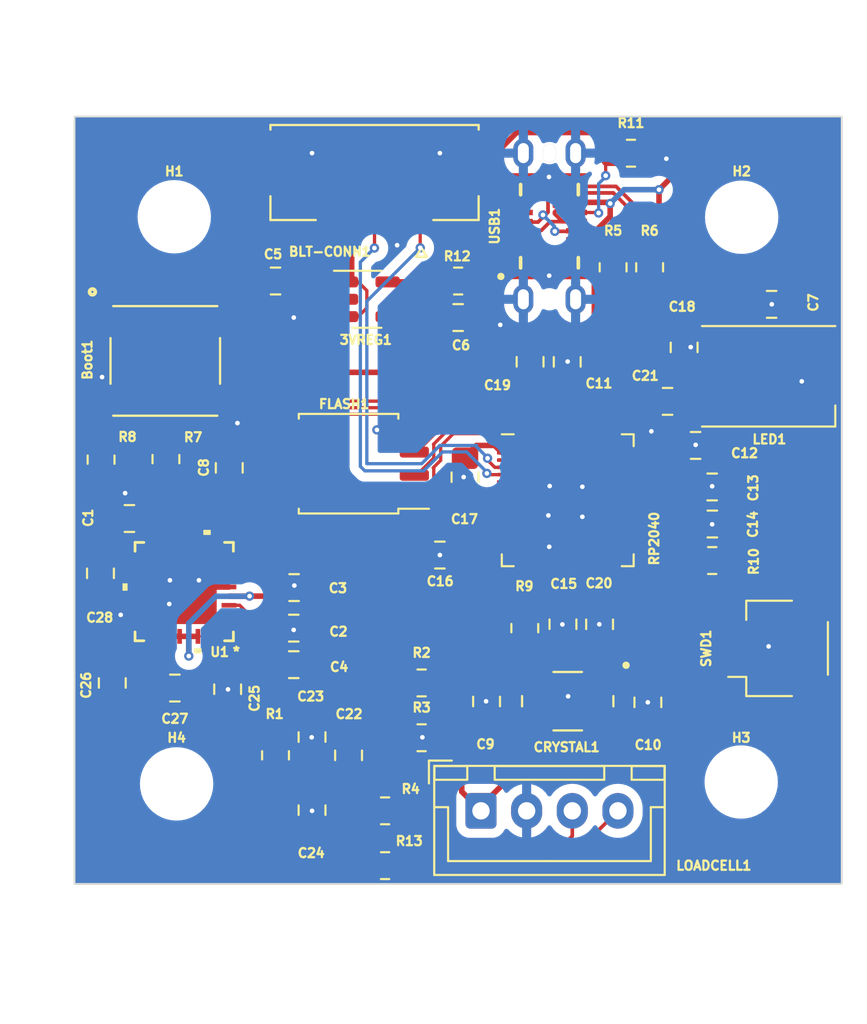
<source format=kicad_pcb>
(kicad_pcb (version 20221018) (generator pcbnew)
  (layers (0 "F.Cu" signal) (31 "B.Cu" power) (34 "B.Paste" user) (35 "F.Paste" user) (36 "B.SilkS" user "B.Silkscreen") (37 "F.SilkS" user "F.Silkscreen") (38 "B.Mask" user) (39 "F.Mask" user) (44 "Edge.Cuts" user))
  (net 0 "")
  (net 1 "+5V")
  (net 2 "GND")
  (net 4 "+3.3V")
  (net 6 "/LED_DIN")
  (net 7 "/SERVO")
  (net 8 "/SENSOR_OUT")
  (net 9 "/QSPI_SD3")
  (net 10 "/QSPI_SCLK")
  (net 11 "/QSPI_SD0")
  (net 12 "/QSPI_SD2")
  (net 13 "/QSPI_SD1")
  (net 14 "/QSPI_SS")
  (net 16 "Net-(RP2040-XIN)")
  (net 17 "Net-(RP2040-XOUT)")
  (net 18 "Net-(RP2040-VREG_VOUT)")
  (net 19 "Net-(USB1-CC2)")
  (net 20 "Net-(USB1-CC1)")
  (net 32 "/BOOT")
  (net 33 "Net-(C10-Pad2)")
  (net 34 "/A+")
  (net 35 "/A-")
  (net 36 "/D+")
  (net 37 "/D-")
  (net 38 "/USB_D+")
  (net 39 "/USB_D-")
  (net 40 "Net-(RP2040-SWCLK)")
  (net 41 "Net-(RP2040-SWD)")
  (net 44 "Net-(RP2040-RUN)")
  (net 45 "Net-(U1-BYPASS)")
  (net 46 "Net-(U1-CAPP)")
  (net 47 "Net-(U1-CAPN)")
  (net 48 "Net-(U1-REFP0)")
  (net 49 "Net-(U1-REFN0)")
  (net 50 "Net-(U1-AIN4)")
  (net 51 "Net-(U1-AIN5)")
  (net 52 "/ADC_MISO")
  (net 53 "/ADC_CS")
  (net 54 "/ADC_SCLK")
  (net 55 "/ADC_MOSI")
  (net 56 "/ADC_PWDN")
  (net 57 "/ADC_RESET")
  (net 58 "/ADC_DRDY")
  (net 59 "/ADC_START")
  (footprint "Capacitor_SMD:C_0805_2012Metric_Pad1.18x1.45mm_HandSolder" (layer "F.Cu") (at 75 84.9625 -90)
    (fp_text reference "C22")
    (fp_text value "10nF")
  )
  (footprint "Capacitor_SMD:C_0805_2012Metric_Pad1.18x1.45mm_HandSolder" (layer "F.Cu") (at 82.555904 82.015441 -90)
    (fp_text reference "C9")
    (fp_text value "12pF")
  )
  (footprint "Capacitor_SMD:C_0805_2012Metric_Pad1.18x1.45mm_HandSolder" (layer "F.Cu") (at 72.018852 75.781065)
    (fp_text reference "C3")
    (fp_text value "0.1uF")
  )
  (footprint "Capacitor_SMD:C_0805_2012Metric_Pad1.18x1.45mm_HandSolder" (layer "F.Cu") (at 61.415046 75 -90)
    (fp_text reference "C28")
    (fp_text value "1nF")
  )
  (footprint "Resistor_SMD:R_0805_2012Metric_Pad1.20x1.40mm_HandSolder" (layer "F.Cu") (at 81 59 180)
    (fp_text reference "R12")
    (fp_text value "5.1k")
  )
  (footprint "Resistor_SMD:R_0805_2012Metric_Pad1.20x1.40mm_HandSolder" (layer "F.Cu") (at 61.448524 68.7767 -90)
    (fp_text reference "R8")
    (fp_text value "1k")
  )
  (footprint "Capacitor_SMD:C_0805_2012Metric_Pad1.18x1.45mm_HandSolder" (layer "F.Cu") (at 62.062284 81 -90)
    (fp_text reference "C26")
    (fp_text value "1nF")
  )
  (footprint "Capacitor_SMD:C_0805_2012Metric_Pad1.18x1.45mm_HandSolder" (layer "F.Cu") (at 81 61)
    (fp_text reference "C6")
    (fp_text value "10uf")
  )
  (footprint "Resistor_SMD:R_0805_2012Metric_Pad1.20x1.40mm_HandSolder" (layer "F.Cu") (at 91.485 58.25 -90)
    (fp_text reference "R6")
    (fp_text value "27")
  )
  (footprint "Capacitor_SMD:C_0805_2012Metric_Pad1.18x1.45mm_HandSolder" (layer "F.Cu") (at 72 78)
    (fp_text reference "C2")
    (fp_text value "10uF")
  )
  (footprint "Resistor_SMD:R_0805_2012Metric_Pad1.20x1.40mm_HandSolder" (layer "F.Cu") (at 71 84.9625 -90)
    (fp_text reference "R1")
    (fp_text value "100k")
  )
  (footprint "Capacitor_SMD:C_0805_2012Metric_Pad1.18x1.45mm_HandSolder" (layer "F.Cu") (at 80 74 180)
    (fp_text reference "C16")
    (fp_text value "0.1uF")
  )
  (footprint "Resistor_SMD:R_0805_2012Metric_Pad1.20x1.40mm_HandSolder" (layer "F.Cu") (at 65 68.749313 -90)
    (fp_text reference "R7")
    (fp_text value "10k")
  )
  (footprint "USB4145-03-0170-C_REVA2:GCT_USB4145-03-0170-C_REVA2" (layer "F.Cu") (at 86 56 90)
    (fp_text reference "USB1")
    (fp_text value "~")
    (fp_line (start 3.85 -0.355) (end 4.15 -0.355) (stroke (width 0.01)) (layer "Edge.Cuts"))
    (fp_line (start 4.15 0.355) (end 3.85 0.355) (stroke (width 0.01)) (layer "Edge.Cuts"))
    (fp_arc (start 3.495 0) (mid 3.598977 -0.251023) (end 3.85 -0.355) (stroke (width 0.01)) (layer "Edge.Cuts"))
    (fp_arc (start 3.85 0.355) (mid 3.598977 0.251023) (end 3.495 0) (stroke (width 0.01)) (layer "Edge.Cuts"))
    (fp_arc (start 4.15 -0.355) (mid 4.401023 -0.251023) (end 4.505 0) (stroke (width 0.01)) (layer "Edge.Cuts"))
    (fp_arc (start 4.505 0) (mid 4.401023 0.251023) (end 4.15 0.355) (stroke (width 0.01)) (layer "Edge.Cuts"))
  )
  (footprint "Capacitor_SMD:C_0805_2012Metric_Pad1.18x1.45mm_HandSolder" (layer "F.Cu") (at 72 80)
    (fp_text reference "C4")
    (fp_text value "4.7nF")
  )
  (footprint "Capacitor_SMD:C_0805_2012Metric_Pad1.18x1.45mm_HandSolder" (layer "F.Cu") (at 94.90802 70.273845)
    (fp_text reference "C13")
    (fp_text value "0.1uF")
  )
  (footprint "MountingHole:MountingHole_3.5mm" (layer "F.Cu") (at 65.4555 55.4831)
    (fp_text reference "H1")
    (fp_text value "MountingHole")
  )
  (footprint "Capacitor_SMD:C_0805_2012Metric_Pad1.18x1.45mm_HandSolder" (layer "F.Cu") (at 81.375245 69.73836 -90)
    (fp_text reference "C17")
    (fp_text value "0.1uF")
  )
  (footprint "Capacitor_SMD:C_0805_2012Metric_Pad1.18x1.45mm_HandSolder" (layer "F.Cu") (at 68.379221 81.34459 -90)
    (fp_text reference "C25")
    (fp_text value "1nF")
  )
  (footprint "Resistor_SMD:R_0805_2012Metric_Pad1.20x1.40mm_HandSolder" (layer "F.Cu") (at 90.461923 52.00512)
    (fp_text reference "R11")
    (fp_text value "5.1k")
  )
  (footprint "Capacitor_SMD:C_0805_2012Metric_Pad1.18x1.45mm_HandSolder" (layer "F.Cu") (at 73 87.9625 -90)
    (fp_text reference "C24")
    (fp_text value "1nF")
  )
  (footprint "Resistor_SMD:R_0805_2012Metric_Pad1.20x1.40mm_HandSolder" (layer "F.Cu") (at 89.485 58.25 -90)
    (fp_text reference "R5")
    (fp_text value "27")
  )
  (footprint "Resistor_SMD:R_0805_2012Metric_Pad1.20x1.40mm_HandSolder" (layer "F.Cu") (at 79 81)
    (fp_text reference "R2")
    (fp_text value "100")
  )
  (footprint "ADS1235IRHBR:VQFN32_5X5_TEX" (layer "F.Cu") (at 66 76 180)
    (fp_text reference "U1")
    (fp_text value "ADS1235IRHBR")
  )
  (footprint "Capacitor_SMD:C_0805_2012Metric_Pad1.18x1.45mm_HandSolder" (layer "F.Cu") (at 98.163104 60.277873)
    (fp_text reference "C7")
    (fp_text value "10uf")
  )
  (footprint "Capacitor_SMD:C_0805_2012Metric_Pad1.18x1.45mm_HandSolder" (layer "F.Cu") (at 92.465752 65.587792)
    (fp_text reference "C21")
    (fp_text value "1uF")
  )
  (footprint "ABM3B-12.000MHZ-12-N2Y-T:XTAL_ABM3B-12.000MHZ-12-N2Y-T" (layer "F.Cu") (at 87 82 -90)
    (fp_text reference "CRYSTAL1")
    (fp_text value "12Mhz")
  )
  (footprint "Capacitor_SMD:C_0805_2012Metric_Pad1.18x1.45mm_HandSolder" (layer "F.Cu") (at 68.466311 69.227213 90)
    (fp_text reference "C8")
    (fp_text value "0.1uF")
  )
  (footprint "Resistor_SMD:R_0805_2012Metric_Pad1.20x1.40mm_HandSolder" (layer "F.Cu") (at 94.910396 74.301085)
    (fp_text reference "R10")
    (fp_text value "10K")
  )
  (footprint "Resistor_SMD:R_0805_2012Metric_Pad1.20x1.40mm_HandSolder" (layer "F.Cu") (at 77 91)
    (fp_text reference "R13")
    (fp_text value "100")
  )
  (footprint "MolexPicoBlade:MOLEX_532610571" (layer "F.Cu") (at 76.421367 53.061911 180)
    (fp_text reference "BLT-CONN1")
    (fp_text value "532610571")
  )
  (footprint "Capacitor_SMD:C_0805_2012Metric_Pad1.18x1.45mm_HandSolder" (layer "F.Cu") (at 86.971827 63.42509 90)
    (fp_text reference "C11")
    (fp_text value "0.1uF")
  )
  (footprint "Capacitor_SMD:C_0805_2012Metric_Pad1.18x1.45mm_HandSolder" (layer "F.Cu") (at 94.918201 72.300783)
    (fp_text reference "C14")
    (fp_text value "0.1uF")
  )
  (footprint "MountingHole:MountingHole_3.5mm" (layer "F.Cu") (at 96.4977 86.4219)
    (fp_text reference "H3")
    (fp_text value "MountingHole")
  )
  (footprint "Capacitor_SMD:C_0805_2012Metric_Pad1.18x1.45mm_HandSolder" (layer "F.Cu") (at 65.48877 81.279959 180)
    (fp_text reference "C27")
    (fp_text value "10nF")
  )
  (footprint "Package_TO_SOT_SMD:SOT-23-5" (layer "F.Cu") (at 76 60)
    (fp_text reference "3VREG1")
    (fp_text value "AP2112K-3.3")
  )
  (footprint "Capacitor_SMD:C_0805_2012Metric_Pad1.18x1.45mm_HandSolder" (layer "F.Cu") (at 94 68)
    (fp_text reference "C12")
    (fp_text value "0.1uF")
  )
  (footprint "Package_SO:SOIC-8_5.23x5.23mm_P1.27mm" (layer "F.Cu") (at 75 69 180)
    (fp_text reference "FLASH1")
    (fp_text value "W25Q128JVS")
  )
  (footprint "Capacitor_SMD:C_0805_2012Metric_Pad1.18x1.45mm_HandSolder" (layer "F.Cu") (at 71 59 180)
    (fp_text reference "C5")
    (fp_text value "10uf")
  )
  (footprint "Resistor_SMD:R_0805_2012Metric_Pad1.20x1.40mm_HandSolder" (layer "F.Cu") (at 79 84)
    (fp_text reference "R3")
    (fp_text value "100")
  )
  (footprint "Resistor_SMD:R_0805_2012Metric_Pad1.20x1.40mm_HandSolder" (layer "F.Cu") (at 84.64918 78 90)
    (fp_text reference "R9")
    (fp_text value "1k")
  )
  (footprint "Capacitor_SMD:C_0805_2012Metric_Pad1.18x1.45mm_HandSolder" (layer "F.Cu") (at 63 72 180)
    (fp_text reference "C1")
    (fp_text value "1uF")
  )
  (footprint "Capacitor_SMD:C_0805_2012Metric_Pad1.18x1.45mm_HandSolder" (layer "F.Cu") (at 73 83.9625 -90)
    (fp_text reference "C23")
    (fp_text value "1nF")
  )
  (footprint "Resistor_SMD:R_0805_2012Metric_Pad1.20x1.40mm_HandSolder" (layer "F.Cu") (at 77 88)
    (fp_text reference "R4")
    (fp_text value "100")
  )
  (footprint "LED_SMD:LED_WS2812B_PLCC4_5.0x5.0mm_P3.2mm" (layer "F.Cu") (at 98 64.215437)
    (fp_text reference "LED1")
    (fp_text value "WS2812B")
  )
  (footprint "Connector_JST:JST_SH_SM03B-SRSS-TB_1x03-1MP_P1.00mm_Horizontal" (layer "F.Cu") (at 98.560567 79.10896 90)
    (fp_text reference "SWD1")
    (fp_text value "~")
  )
  (footprint "MountingHole:MountingHole_3.5mm" (layer "F.Cu") (at 65.5847 86.5253)
    (fp_text reference "H4")
    (fp_text value "MountingHole")
  )
  (footprint "Capacitor_SMD:C_0805_2012Metric_Pad1.18x1.45mm_HandSolder" (layer "F.Cu") (at 88.744672 77.78959 -90)
    (fp_text reference "C20")
    (fp_text value "0.1uF")
  )
  (footprint "PushButton:SW_PTS645SK50SMTR92LFS" (layer "F.Cu") (at 64.964375 63.373002)
    (fp_text reference "Boot1")
    (fp_text value "PTS645SK50SMTR92LFS")
  )
  (footprint "Package_DFN_QFN:QFN-56-1EP_7x7mm_P0.4mm_EP3.2x3.2mm" (layer "F.Cu") (at 87 71)
    (fp_text reference "RP2040")
    (fp_text value "RP2040")
  )
  (footprint "MountingHole:MountingHole_3.5mm" (layer "F.Cu") (at 96.5235 55.5089)
    (fp_text reference "H2")
    (fp_text value "MountingHole")
  )
  (footprint "Connector_JST:JST_XH_B4B-XH-A_1x04_P2.50mm_Vertical" (layer "F.Cu") (at 82.25 88)
    (fp_text reference "LOADCELL1")
    (fp_text value "B4B-XH-A")
  )
  (footprint "Capacitor_SMD:C_0805_2012Metric_Pad1.18x1.45mm_HandSolder" (layer "F.Cu") (at 84.939081 63.422221 90)
    (fp_text reference "C19")
    (fp_text value "0.1uF")
  )
  (footprint "Capacitor_SMD:C_0805_2012Metric_Pad1.18x1.45mm_HandSolder" (layer "F.Cu") (at 91.388601 82.061767 -90)
    (fp_text reference "C10")
    (fp_text value "12pF")
  )
  (footprint "Capacitor_SMD:C_0805_2012Metric_Pad1.18x1.45mm_HandSolder" (layer "F.Cu") (at 86.738442 77.785245 -90)
    (fp_text reference "C15")
    (fp_text value "0.1uF")
  )
  (footprint "Capacitor_SMD:C_0805_2012Metric_Pad1.18x1.45mm_HandSolder" (layer "F.Cu") (at 93.374013 62.633042 90)
    (fp_text reference "C18")
    (fp_text value "1uF")
  )
  (gr_circle (center 65.584696 86.525263) (end 65 85) (stroke (width 0.2)) (fill none) (layer "F.Cu"))
  (gr_circle (center 65.455461 55.48306) (end 67 56) (stroke (width 0.2)) (fill none) (layer "F.Cu"))
  (gr_circle (center 96.497664 86.421875) (end 98 87) (stroke (width 0.2)) (fill none) (layer "F.Cu"))
  (gr_circle (center 96.523511 55.508907) (end 96 57) (stroke (width 0.2)) (fill none) (layer "F.Cu"))
  (gr_rect (start 60 50) (end 102 92) (stroke (width 0.1)) (fill none) (layer "Edge.Cuts"))
  (segment (start 84.206569 50.8726) (end 91.952897 50.8726) (width 0.3048) (layer "F.Cu") (net 1))
  (segment (start 69.578606 76.249098) (end 69.577704 76.25) (width 0.3048) (layer "F.Cu") (net 1))
  (segment (start 92 56) (end 92.847731 56) (width 0.3048) (layer "F.Cu") (net 1))
  (segment (start 94 82) (end 94 82.123862) (width 0.3048) (layer "F.Cu") (net 1))
  (segment (start 69.577704 76.25) (end 68.4511 76.25) (width 0.3048) (layer "F.Cu") (net 1))
  (segment (start 74.8625 59.05) (end 72.0875 59.05) (width 0.18) (layer "F.Cu") (net 1))
  (segment (start 93 51.919703) (end 93 53) (width 0.3048) (layer "F.Cu") (net 1))
  (segment (start 89.324344 55.466322) (end 88.3874 56.403266) (width 0.3048) (layer "F.Cu") (net 1))
  (segment (start 75.524999 59.05) (end 76 59.525001) (width 0.18) (layer "F.Cu") (net 1))
  (segment (start 84 86) (end 82.25 87.75) (width 0.3048) (layer "F.Cu") (net 1))
  (segment (start 92.847731 56) (end 97.125604 60.277873) (width 0.3048) (layer "F.Cu") (net 1))
  (segment (start 83 54.75) (end 83 52.079169) (width 0.3048) (layer "F.Cu") (net 1))
  (segment (start 79.648767 54.334511) (end 80.064256 54.75) (width 0.3048) (layer "F.Cu") (net 1))
  (segment (start 101 64) (end 100.910976 63.910976) (width 0.3048) (layer "F.Cu") (net 1))
  (segment (start 75.171367 58.741133) (end 74.8625 59.05) (width 0.3048) (layer "F.Cu") (net 1))
  (segment (start 80.042009 78.957991) (end 77 78.957991) (width 0.3048) (layer "F.Cu") (net 1))
  (segment (start 83 52.079169) (end 84.206569 50.8726) (width 0.3048) (layer "F.Cu") (net 1))
  (segment (start 89.324344 54.757704) (end 89.324344 55.466322) (width 0.3048) (layer "F.Cu") (net 1))
  (segment (start 75.171367 54.828633) (end 75.665489 54.334511) (width 0.3048) (layer "F.Cu") (net 1))
  (segment (start 92 54) (end 92 56) (width 0.3048) (layer "F.Cu") (net 1))
  (segment (start 70.512417 76.25) (end 69.579508 76.25) (width 0.3048) (layer "F.Cu") (net 1))
  (segment (start 82 54.75) (end 83 54.75) (width 0.3048) (layer "F.Cu") (net 1))
  (segment (start 66.25 78.4511) (end 66.251557 79.527459) (width 0.3048) (layer "F.Cu") (net 1))
  (segment (start 81.196639 86.946639) (end 81.196639 78.957991) (width 0.3048) (layer "F.Cu") (net 1))
  (segment (start 81.196639 78.957991) (end 80.042009 78.957991) (width 0.3048) (layer "F.Cu") (net 1))
  (segment (start 91.952897 50.8726) (end 93 51.919703) (width 0.3048) (layer "F.Cu") (net 1))
  (segment (start 76 78.957991) (end 75.021005 77.978995) (width 0.3048) (layer "F.Cu") (net 1))
  (segment (start 76 59.525001) (end 76 60.474999) (width 0.18) (layer "F.Cu") (net 1))
  (segment (start 89.324344 54.757704) (end 89.262289 54.695649) (width 0.3048) (layer "F.Cu") (net 1))
  (segment (start 93 53) (end 92 54) (width 0.3048) (layer "F.Cu") (net 1))
  (segment (start 100.910976 63.910976) (end 99.089024 63.910976) (width 0.3048) (layer "F.Cu") (net 1))
  (segment (start 99.089024 63.910976) (end 98.5814 64.4186) (width 0.3048) (layer "F.Cu") (net 1))
  (segment (start 75.665489 54.334511) (end 79.648767 54.334511) (width 0.3048) (layer "F.Cu") (net 1))
  (segment (start 82.25 88) (end 81.196639 86.946639) (width 0.3048) (layer "F.Cu") (net 1))
  (segment (start 98.5814 81.4186) (end 98 82) (width 0.3048) (layer "F.Cu") (net 1))
  (segment (start 76 60.474999) (end 75.524999 60.95) (width 0.18) (layer "F.Cu") (net 1))
  (segment (start 88.3648 57.25) (end 87.485 57.25) (width 0.3048) (layer "F.Cu") (net 1))
  (segment (start 89.262289 54.695649) (end 87.539351 54.695649) (width 0.3048) (layer "F.Cu") (net 1))
  (segment (start 72.147887 76.9476) (end 70.981352 75.781065) (width 0.3048) (layer "F.Cu") (net 1))
  (segment (start 98.403477 59) (end 100 59) (width 0.3048) (layer "F.Cu") (net 1))
  (segment (start 75.524999 60.95) (end 74.8625 60.95) (width 0.18) (layer "F.Cu") (net 1))
  (segment (start 98 82) (end 94 82) (width 0.3048) (layer "F.Cu") (net 1))
  (segment (start 97.125604 60.330757) (end 94.949241 62.50712) (width 0.3048) (layer "F.Cu") (net 1))
  (segment (start 72.0375 59) (end 74.8125 59) (width 0.3048) (layer "F.Cu") (net 1))
  (segment (start 87.539351 54.695649) (end 87.485 54.75) (width 0.3048) (layer "F.Cu") (net 1))
  (segment (start 75.021005 77.978995) (end 73.989609 76.9476) (width 0.3048) (layer "F.Cu") (net 1))
  (segment (start 80.064256 54.75) (end 82 54.75) (width 0.3048) (layer "F.Cu") (net 1))
  (segment (start 76.000001 78.957991) (end 75.021005 77.978995) (width 0.3048) (layer "F.Cu") (net 1))
  (segment (start 70.981352 75.781065) (end 70.512417 76.25) (width 0.3048) (layer "F.Cu") (net 1))
  (segment (start 97.125604 60.277873) (end 98.403477 59) (width 0.3048) (layer "F.Cu") (net 1))
  (segment (start 87.485 57.25) (end 84.515 57.25) (width 0.3048) (layer "F.Cu") (net 1))
  (segment (start 76 78.957991) (end 77 78.957991) (width 0.3048) (layer "F.Cu") (net 1))
  (segment (start 73.989609 76.9476) (end 72.147887 76.9476) (width 0.3048) (layer "F.Cu") (net 1))
  (segment (start 88.3874 57.2274) (end 88.3648 57.25) (width 0.3048) (layer "F.Cu") (net 1))
  (segment (start 82 54.75) (end 84.515 54.75) (width 0.3048) (layer "F.Cu") (net 1))
  (segment (start 98.5814 64.4186) (end 98.5814 81.4186) (width 0.3048) (layer "F.Cu") (net 1))
  (segment (start 77 78.957991) (end 76.000001 78.957991) (width 0.3048) (layer "F.Cu") (net 1))
  (segment (start 69.579508 76.25) (end 69.578606 76.249098) (width 0.3048) (layer "F.Cu") (net 1))
  (segment (start 88.3874 56.403266) (end 88.3874 57.2274) (width 0.3048) (layer "F.Cu") (net 1))
  (segment (start 90.123862 86) (end 84 86) (width 0.3048) (layer "F.Cu") (net 1))
  (segment (start 65.25 78.4511) (end 66.75 78.4511) (width 0.3048) (layer "F.Cu") (net 1))
  (segment (start 74.8625 59.05) (end 75.524999 59.05) (width 0.18) (layer "F.Cu") (net 1))
  (segment (start 71.095487 78) (end 72.147887 76.9476) (width 0.3048) (layer "F.Cu") (net 1))
  (segment (start 75.171367 55.461911) (end 75.171367 58.741133) (width 0.3048) (layer "F.Cu") (net 1))
  (segment (start 80.042009 78.957991) (end 78 81) (width 0.3048) (layer "F.Cu") (net 1))
  (segment (start 100 59) (end 101.5274 60.5274) (width 0.3048) (layer "F.Cu") (net 1))
  (segment (start 101.5274 63.4726) (end 101 64) (width 0.3048) (layer "F.Cu") (net 1))
  (segment (start 94 82.123862) (end 90.123862 86) (width 0.3048) (layer "F.Cu") (net 1))
  (segment (start 101.5274 60.5274) (end 101.5274 63.4726) (width 0.3048) (layer "F.Cu") (net 1))
  (via (at 66.251557 79.527459) (size 0.508) (drill 0.254) (layers "F.Cu" "B.Cu") (net 1))
  (via (at 92 54) (size 0.508) (drill 0.254) (layers "F.Cu" "B.Cu") (net 1))
  (via (at 89.324344 54.757704) (size 0.508) (drill 0.254) (layers "F.Cu" "B.Cu") (net 1))
  (via (at 69.578606 76.249098) (size 0.508) (drill 0.254) (layers "F.Cu" "B.Cu") (net 1))
  (segment (start 90.082048 54) (end 89.324344 54.757704) (width 0.3048) (layer "B.Cu") (net 1))
  (segment (start 66.251557 77.742212) (end 67.736556 76.257213) (width 0.3048) (layer "B.Cu") (net 1))
  (segment (start 67.736556 76.257213) (end 69.611065 76.257213) (width 0.3048) (layer "B.Cu") (net 1))
  (segment (start 66.251557 79.527459) (end 66.251557 77.742212) (width 0.3048) (layer "B.Cu") (net 1))
  (segment (start 92 54) (end 90.082048 54) (width 0.3048) (layer "B.Cu") (net 1))
  (segment (start 80 84) (end 79.06502 84) (width 0.3048) (layer "F.Cu") (net 2))
  (segment (start 94.926464 72.300783) (end 94.90825 72.318997) (width 0.3048) (layer "F.Cu") (net 2))
  (segment (start 86.971827 63.384721) (end 86.995707 63.408601) (width 0.3048) (layer "F.Cu") (net 2))
  (segment (start 60.989375 64.771976) (end 61.502991 64.25836) (width 0.3048) (layer "F.Cu") (net 2))
  (segment (start 60.989375 65.623002) (end 60.989375 64.771976) (width 0.3048) (layer "F.Cu") (net 2))
  (segment (start 61.9625 72) (end 61.9625 71.415737) (width 0.3048) (layer "F.Cu") (net 2))
  (segment (start 81.471367 52.561911) (end 80.561911 52.561911) (width 0.3048) (layer "F.Cu") (net 2))
  (segment (start 99.849241 64.526392) (end 99.815225 64.492376) (width 0.3048) (layer "F.Cu") (net 2))
  (segment (start 68.915819 66.777991) (end 68.915819 67.740205) (width 0.3048) (layer "F.Cu") (net 2))
  (segment (start 94.036116 68) (end 94.003737 67.967621) (width 0.3048) (layer "F.Cu") (net 2))
  (segment (start 73.500589 55.461911) (end 73.921367 55.461911) (width 0.3048) (layer "F.Cu") (net 2))
  (segment (start 73.0375 78) (end 72.092191 78) (width 0.3048) (layer "F.Cu") (net 2))
  (segment (start 86.738442 77.827705) (end 86.707868 77.797131) (width 0.3048) (layer "F.Cu") (net 2))
  (segment (start 62.062284 79.9625) (end 62.062284 77.734724) (width 0.3048) (layer "F.Cu") (net 2))
  (segment (start 88.744672 77.805246) (end 88.728442 77.789016) (width 0.3048) (layer "F.Cu") (net 2))
  (segment (start 73 89) (end 73 88) (width 0.3048) (layer "F.Cu") (net 2))
  (segment (start 96.560567 79.10896) (end 97.89104 79.10896) (width 0.3048) (layer "F.Cu") (net 2))
  (segment (start 68.379221 80.30709) (end 68.379221 81.333114) (width 0.3048) (layer "F.Cu") (net 2))
  (segment (start 94.90825 72.318997) (end 95.937487 72.318997) (width 0.18) (layer "F.Cu") (net 2))
  (segment (start 64.2956 74.2956) (end 65.217971 75.217971) (width 0.3048) (layer "F.Cu") (net 2))
  (segment (start 85.94381 58.75) (end 85.985081 58.708729) (width 0.3048) (layer "F.Cu") (net 2))
  (segment (start 97.89104 79.10896) (end 98 79) (width 0.3048) (layer "F.Cu") (net 2))
  (segment (start 87.020839 81.731229) (end 87.531229 81.731229) (width 0.3048) (layer "F.Cu") (net 2))
  (segment (start 84.515 58.75) (end 84.515 59.945) (width 0.3048) (layer "F.Cu") (net 2))
  (segment (start 86.027212 53.25) (end 85.972909 53.304303) (width 0.3048) (layer "F.Cu") (net 2))
  (segment (start 71.371367 52.561911) (end 72.438089 52.561911) (width 0.3048) (layer "F.Cu") (net 2))
  (segment (start 81.375245 69.80631) (end 81.301413 69.732478) (width 0.3048) (layer "F.Cu") (net 2))
  (segment (start 93.374013 61.595542) (end 93.374013 62.259448) (width 0.3048) (layer "F.Cu") (net 2))
  (segment (start 92.098727 52.00512) (end 92.399795 52.306188) (width 0.3048) (layer "F.Cu") (net 2))
  (segment (start 85.931229 81.731229) (end 85 80.8) (width 0.3048) (layer "F.Cu") (net 2))
  (segment (start 82.555904 80.977941) (end 82.555904 81.978521) (width 0.3048) (layer "F.Cu") (net 2))
  (segment (start 99.849241 65.80712) (end 99.849241 64.526392) (width 0.3048) (layer "F.Cu") (net 2))
  (segment (start 62.062284 77.734724) (end 62.522418 77.27459) (width 0.3048) (layer "F.Cu") (net 2))
  (segment (start 72.438089 52.561911) (end 73 52) (width 0.3048) (layer "F.Cu") (net 2))
  (segment (start 86.738442 78.822745) (end 86.738442 77.827705) (width 0.3048) (layer "F.Cu") (net 2))
  (segment (start 70 59) (end 72 61) (width 0.3048) (layer "F.Cu") (net 2))
  (segment (start 64.25 73.75) (end 64.2956 73.7956) (width 0.3048) (layer "F.Cu") (net 2))
  (segment (start 76.604466 67.095) (end 76.550491 67.148975) (width 0.3048) (layer "F.Cu") (net 2))
  (segment (start 87.485 58.75) (end 87.485 59.945) (width 0.3048) (layer "F.Cu") (net 2))
  (segment (start 87.485 53.25) (end 87.485 52.055) (width 0.3048) (layer "F.Cu") (net 2))
  (segment (start 72 61) (end 73 60) (width 0.3048) (layer "F.Cu") (net 2))
  (segment (start 91.388601 82.055823) (end 91.384548 82.059876) (width 0.3048) (layer "F.Cu") (net 2))
  (segment (start 84.515 58.75) (end 85.94381 58.75) (width 0.3048) (layer "F.Cu") (net 2))
  (segment (start 68.915819 67.740205) (end 68.466311 68.189713) (width 0.3048) (layer "F.Cu") (net 2))
  (segment (start 84.515 53.25) (end 84.515 52.055) (width 0.3048) (layer "F.Cu") (net 2))
  (segment (start 73.056352 75.781065) (end 72.142417 75.781065) (width 0.3048) (layer "F.Cu") (net 2))
  (segment (start 63.5489 74.75) (end 64.75 74.75) (width 0.3048) (layer "F.Cu") (net 2))
  (segment (start 87.020839 81.731229) (end 85.931229 81.731229) (width 0.3048) (layer "F.Cu") (net 2))
  (segment (start 94.90825 70.235131) (end 95.906806 70.235131) (width 0.18) (layer "F.Cu") (net 2))
  (segment (start 73 83.957273) (end 72.980286 83.976987) (width 0.3048) (layer "F.Cu") (net 2))
  (segment (start 77.659344 57.016803) (end 77.659344 57.041147) (width 0.3048) (layer "F.Cu") (net 2))
  (segment (start 95.94552 70.273845) (end 94.946964 70.273845) (width 0.3048) (layer "F.Cu") (net 2))
  (segment (start 87.485 53.25) (end 86.027212 53.25) (width 0.3048) (layer "F.Cu") (net 2))
  (segment (start 67.174467 75.75) (end 68.4511 75.75) (width 0.3048) (layer "F.Cu") (net 2))
  (segment (start 73 60) (end 74.8625 60) (width 0.3048) (layer "F.Cu") (net 2))
  (segment (start 80.561911 52.561911) (end 80 52) (width 0.3048) (layer "F.Cu") (net 2))
  (segment (start 95.955701 72.300783) (end 94.926464 72.300783) (width 0.3048) (layer "F.Cu") (net 2))
  (segment (start 88.744672 78.82709) (end 88.744672 77.805246) (width 0.3048) (layer "F.Cu") (net 2))
  (segment (start 62.522418 77.27459) (end 62.522418 77.144872) (width 0.3048) (layer "F.Cu") (net 2))
  (segment (start 98.175128 60.277873) (end 98.171987 60.274732) (width 0.3048) (layer "F.Cu") (net 2))
  (segment (start 81.375245 70.77586) (end 81.375245 69.80631) (width 0.3048) (layer "F.Cu") (net 2))
  (segment (start 72.142417 75.781065) (end 72.03086 75.669508) (width 0.3048) (layer "F.Cu") (net 2))
  (segment (start 94.946964 70.273845) (end 94.90825 70.235131) (width 0.3048) (layer "F.Cu") (net 2))
  (segment (start 95.0375 68) (end 94.036116 68) (width 0.3048) (layer "F.Cu") (net 2))
  (segment (start 82.908443 61) (end 83.307213 61.39877) (width 0.3048) (layer "F.Cu") (net 2))
  (segment (start 61.9625 71.415737) (end 62.76586 70.612377) (width 0.3048) (layer "F.Cu") (net 2))
  (segment (start 84.515 53.25) (end 85.918606 53.25) (width 0.3048) (layer "F.Cu") (net 2))
  (segment (start 91.960244 67.22665) (end 91.579077 67.22665) (width 0.3048) (layer "F.Cu") (net 2))
  (segment (start 80.0375 59) (end 82.0375 61) (width 0.3048) (layer "F.Cu") (net 2))
  (segment (start 91.388601 81.024267) (end 91.388601 82.055823) (width 0.3048) (layer "F.Cu") (net 2))
  (segment (start 93.374013 62.259448) (end 93.733496 62.618931) (width 0.3048) (layer "F.Cu") (net 2))
  (segment (start 68.379221 81.333114) (end 68.399098 81.352991) (width 0.3048) (layer "F.Cu") (net 2))
  (segment (start 69.9625 59) (end 73.500589 55.461911) (width 0.3048) (layer "F.Cu") (net 2))
  (segment (start 77.671367 55.461911) (end 77.671367 57.028826) (width 0.3048) (layer "F.Cu") (net 2))
  (segment (start 82.0375 61) (end 82.908443 61) (width 0.3048) (layer "F.Cu") (net 2))
  (segment (start 68.915819 66.777991) (end 68.915819 65.646558) (width 0.3048) (layer "F.Cu") (net 2))
  (segment (start 61.415046 76.0375) (end 62.702546 74.75) (width 0.3048) (layer "F.Cu") (net 2))
  (segment (start 85.98754 73.547459) (end 85.98754 74.42504) (width 0.18) (layer "F.Cu") (net 2))
  (segment (start 82.555904 81.978521) (end 82.529323 82.005102) (width 0.3048) (layer "F.Cu") (net 2))
  (segment (start 78.6 67.095) (end 76.604466 67.095) (width 0.3048) (layer "F.Cu") (net 2))
  (segment (start 84.939081 62.384721) (end 86.968958 62.384721) (width 0.3048) (layer "F.Cu") (net 2))
  (segment (start 87.485 58.75) (end 85.94381 58.75) (width 0.3048) (layer "F.Cu") (net 2))
  (segment (start 99.200604 60.277873) (end 98.175128 60.277873) (width 0.3048) (layer "F.Cu") (net 2))
  (segment (start 93.503252 65.683642) (end 91.960244 67.22665) (width 0.3048) (layer "F.Cu") (net 2))
  (segment (start 87.531229 81.731229) (end 89 83.2) (width 0.3048) (layer "F.Cu") (net 2))
  (segment (start 86.971827 62.38759) (end 86.971827 63.384721) (width 0.3048) (layer "F.Cu") (net 2))
  (segment (start 99.815225 64.492376) (end 99.815225 65.230662) (width 0.3048) (layer "F.Cu") (net 2))
  (segment (start 91.461923 52.00512) (end 92.098727 52.00512) (width 0.3048) (layer "F.Cu") (net 2))
  (segment (start 73 82.925) (end 73 83.957273) (width 0.3048) (layer "F.Cu") (net 2))
  (segment (start 72.092191 78) (end 71.994343 78.097848) (width 0.3048) (layer "F.Cu") (net 2))
  (segment (start 79.06502 84) (end 79.042007 83.976987) (width 0.3048) (layer "F.Cu") (net 2))
  (segment (start 64.2956 73.7956) (end 64.2956 74.2956) (width 0.3048) (layer "F.Cu") (net 2))
  (segment (start 99.815225 65.230662) (end 100.45 65.865437) (width 0.3048) (layer "F.Cu") (net 2))
  (segment (start 85.918606 53.25) (end 85.972909 53.304303) (width 0.3048) (layer "F.Cu") (net 2))
  (segment (start 64.25 73.5489) (end 64.25 73.75) (width 0.3048) (layer "F.Cu") (net 2))
  (segment (start 62.702546 74.75) (end 63.5489 74.75) (width 0.3048) (layer "F.Cu") (net 2))
  (segment (start 78.9625 74) (end 80 74) (width 0.3048) (layer "F.Cu") (net 2))
  (segment (start 62.522418 77.144872) (end 61.415046 76.0375) (width 0.3048) (layer "F.Cu") (net 2))
  (segment (start 77.671367 57.028826) (end 77.659344 57.016803) (width 0.3048) (layer "F.Cu") (net 2))
  (via (at 62.76586 70.612377) (size 0.508) (drill 0.254) (layers "F.Cu" "B.Cu") (net 2))
  (via (at 82.529323 82.005102) (size 0.508) (drill 0.254) (layers "F.Cu" "B.Cu") (net 2))
  (via (at 99.815225 64.492376) (size 0.508) (drill 0.254) (layers "F.Cu" "B.Cu") (net 2))
  (via (at 93.733496 62.618931) (size 0.508) (drill 0.254) (layers "F.Cu" "B.Cu") (net 2))
  (via (at 71.994343 78.097848) (size 0.508) (drill 0.254) (layers "F.Cu" "B.Cu") (net 2))
  (via (at 87.801331 71.905204) (size 0.508) (drill 0.254) (layers "F.Cu" "B.Cu") (net 2))
  (via (at 87.020839 81.731229) (size 0.508) (drill 0.254) (layers "F.Cu" "B.Cu") (net 2))
  (via (at 80 52) (size 0.508) (drill 0.254) (layers "F.Cu" "B.Cu") (net 2))
  (via (at 72.980286 83.976987) (size 0.508) (drill 0.254) (layers "F.Cu" "B.Cu") (net 2))
  (via (at 91.579077 67.22665) (size 0.508) (drill 0.254) (layers "F.Cu" "B.Cu") (net 2))
  (via (at 86.012028 70.22545) (size 0.508) (drill 0.254) (layers "F.Cu" "B.Cu") (net 2))
  (via (at 85.938995 71.832171) (size 0.508) (drill 0.254) (layers "F.Cu" "B.Cu") (net 2))
  (via (at 72.03086 75.669508) (size 0.508) (drill 0.254) (layers "F.Cu" "B.Cu") (net 2))
  (via (at 72 61) (size 0.508) (drill 0.254) (layers "F.Cu" "B.Cu") (net 2))
  (via (at 86.995707 63.408601) (size 0.508) (drill 0.254) (layers "F.Cu" "B.Cu") (net 2))
  (via (at 65.217971 75.381967) (size 0.508) (drill 0.254) (layers "F.Cu" "B.Cu") (net 2))
  (via (at 94.003737 67.967621) (size 0.508) (drill 0.254) (layers "F.Cu" "B.Cu") (net 2))
  (via (at 94.90825 70.235131) (size 0.508) (drill 0.254) (layers "F.Cu" "B.Cu") (net 2))
  (via (at 65.181454 76.678299) (size 0.508) (drill 0.254) (layers "F.Cu" "B.Cu") (net 2))
  (via (at 87.801331 70.261966) (size 0.508) (drill 0.254) (layers "F.Cu" "B.Cu") (net 2))
  (via (at 88.728442 77.789016) (size 0.508) (drill 0.254) (layers "F.Cu" "B.Cu") (net 2))
  (via (at 61.502991 64.25836) (size 0.508) (drill 0.254) (layers "F.Cu" "B.Cu") (net 2))
  (via (at 94.90825 72.318997) (size 0.508) (drill 0.254) (layers "F.Cu" "B.Cu") (net 2))
  (via (at 73 52) (size 0.508) (drill 0.254) (layers "F.Cu" "B.Cu") (net 2))
  (via (at 85.972909 53.304303) (size 0.508) (drill 0.254) (layers "F.Cu" "B.Cu") (net 2))
  (via (at 77.659344 57.041147) (size 0.508) (drill 0.254) (layers "F.Cu" "B.Cu") (net 2))
  (via (at 73 88) (size 0.508) (drill 0.254) (layers "F.Cu" "B.Cu") (net 2))
  (via (at 66.806434 75.381967) (size 0.508) (drill 0.254) (layers "F.Cu" "B.Cu") (net 2))
  (via (at 68.915819 66.777991) (size 0.508) (drill 0.254) (layers "F.Cu" "B.Cu") (net 2))
  (via (at 92.399795 52.306188) (size 0.508) (drill 0.254) (layers "F.Cu" "B.Cu") (net 2))
  (via (at 98.171987 60.274732) (size 0.508) (drill 0.254) (layers "F.Cu" "B.Cu") (net 2))
  (via (at 80 74) (size 0.508) (drill 0.254) (layers "F.Cu" "B.Cu") (net 2))
  (via (at 85.985081 58.708729) (size 0.508) (drill 0.254) (layers "F.Cu" "B.Cu") (net 2))
  (via (at 85.98754 73.547459) (size 0.508) (drill 0.254) (layers "F.Cu" "B.Cu") (net 2))
  (via (at 81.301413 69.732478) (size 0.508) (drill 0.254) (layers "F.Cu" "B.Cu") (net 2))
  (via (at 91.384548 82.059876) (size 0.508) (drill 0.254) (layers "F.Cu" "B.Cu") (net 2))
  (via (at 68.399098 81.352991) (size 0.508) (drill 0.254) (layers "F.Cu" "B.Cu") (net 2))
  (via (at 76.550491 67.148975) (size 0.508) (drill 0.254) (layers "F.Cu" "B.Cu") (net 2))
  (via (at 79.042007 83.976987) (size 0.508) (drill 0.254) (layers "F.Cu" "B.Cu") (net 2))
  (via (at 83.307213 61.39877) (size 0.508) (drill 0.254) (layers "F.Cu" "B.Cu") (net 2))
  (via (at 98 79) (size 0.508) (drill 0.254) (layers "F.Cu" "B.Cu") (net 2))
  (via (at 62.522418 77.27459) (size 0.508) (drill 0.254) (layers "F.Cu" "B.Cu") (net 2))
  (via (at 86.707868 77.797131) (size 0.508) (drill 0.254) (layers "F.Cu" "B.Cu") (net 2))
  (segment (start 63.811198 67.18272) (end 62.144618 68.8493) (width 0.3048) (layer "F.Cu") (net 4))
  (segment (start 87.2 67.5625) (end 87.2 66.059466) (width 0.18) (layer "F.Cu") (net 4))
  (segment (start 85.27 73) (end 84.599918 72.329918) (width 0.18) (layer "F.Cu") (net 4))
  (segment (start 62.144618 68.8493) (end 60.75243 68.8493) (width 0.3048) (layer "F.Cu") (net 4))
  (segment (start 63.724793 70.676713) (end 63 71.401506) (width 0.3048) (layer "F.Cu") (net 4))
  (segment (start 78.600009 59.63751) (end 78.600009 63.399991) (width 0.3048) (layer "F.Cu") (net 4))
  (segment (start 63.811198 67) (end 63.811198 67.18272) (width 0.3048) (layer "F.Cu") (net 4))
  (segment (start 69.227213 70.264713) (end 68.466311 70.264713) (width 0.3048) (layer "F.Cu") (net 4))
  (segment (start 84.372027 68.3726) (end 83.3726 68.3726) (width 0.3048) (layer "F.Cu") (net 4))
  (segment (start 92.292352 64.752203) (end 92.292352 66.287844) (width 0.2032) (layer "F.Cu") (net 4))
  (segment (start 83.5625 72) (end 82.702943 72) (width 0.18) (layer "F.Cu") (net 4))
  (segment (start 88.4576 62.976817) (end 88.4576 58.653906) (width 0.3048) (layer "F.Cu") (net 4))
  (segment (start 78.0125 59.05) (end 78.600009 59.63751) (width 0.3048) (layer "F.Cu") (net 4))
  (segment (start 86.246864 73) (end 85.27 73) (width 0.18) (layer "F.Cu") (net 4))
  (segment (start 87.2 66.059466) (end 86.971827 65.831293) (width 0.18) (layer "F.Cu") (net 4))
  (segment (start 84.599918 72) (end 84.599918 68.600491) (width 0.3048) (layer "F.Cu") (net 4))
  (segment (start 80.0824 70.9176) (end 79.4174 71.5826) (width 0.3048) (layer "F.Cu") (net 4))
  (segment (start 92.292352 66.287844) (end 91.950065 66.630131) (width 0.2032) (layer "F.Cu") (net 4))
  (segment (start 90.98271 68.3726) (end 90.4375 68.3726) (width 0.3048) (layer "F.Cu") (net 4))
  (segment (start 83.3726 68.3726) (end 83 68) (width 0.3048) (layer "F.Cu") (net 4))
  (segment (start 84.599918 72.329918) (end 84.599918 72) (width 0.18) (layer "F.Cu") (net 4))
  (segment (start 88.4576 58.653906) (end 88.788906 58.3226) (width 0.3048) (layer "F.Cu") (net 4))
  (segment (start 81.0375 72.554712) (end 81.0375 74) (width 0.18) (layer "F.Cu") (net 4))
  (segment (start 62.9625 73.9625) (end 61.415046 73.9625) (width 0.18) (layer "F.Cu") (net 4))
  (segment (start 93.87052 68.90802) (end 92.9625 68) (width 0.3048) (layer "F.Cu") (net 4))
  (segment (start 63.811198 67) (end 64.250687 67) (width 0.3048) (layer "F.Cu") (net 4))
  (segment (start 86.971827 64.46259) (end 88.4576 62.976817) (width 0.3048) (layer "F.Cu") (net 4))
  (segment (start 93.374013 63.670542) (end 92.292352 64.752203) (width 0.2032) (layer "F.Cu") (net 4))
  (segment (start 82.702943 72) (end 82.336058 72.366885) (width 0.18) (layer "F.Cu") (net 4))
  (segment (start 63 73.102546) (end 62.140046 73.9625) (width 0.3048) (layer "F.Cu") (net 4))
  (segment (start 94.465227 64.761756) (end 94.465227 66.35397) (width 0.2032) (layer "F.Cu") (net 4))
  (segment (start 90 66.630131) (end 89.766455 66.630131) (width 0.2032) (layer "F.Cu") (net 4))
  (segment (start 91.950065 66.630131) (end 90 66.630131) (width 0.2032) (layer "F.Cu") (net 4))
  (segment (start 86.971827 65.831293) (end 86.971827 64.46259) (width 0.18) (layer "F.Cu") (net 4))
  (segment (start 62.140046 73.9625) (end 61.415046 73.9625) (width 0.3048) (layer "F.Cu") (net 4))
  (segment (start 86.054058 63.544821) (end 86.971827 64.46259) (width 0.3048) (layer "F.Cu") (net 4))
  (segment (start 92 62.296529) (end 93.374013 63.670542) (width 0.3048) (layer "F.Cu") (net 4))
  (segment (start 63 71.401506) (end 63 73.102546) (width 0.3048) (layer "F.Cu") (net 4))
  (segment (start 90.4375 72) (end 93.579918 72) (width 0.18) (layer "F.Cu") (net 4))
  (segment (start 93.87052 70.273845) (end 93.87052 68.90802) (width 0.3048) (layer "F.Cu") (net 4))
  (segment (start 82.336058 72.366885) (end 81.225327 72.366885) (width 0.18) (layer "F.Cu") (net 4))
  (segment (start 65 64) (end 63.811198 65.188802) (width 0.3048) (layer "F.Cu") (net 4))
  (segment (start 81.375245 68.70086) (end 80.0824 69.993705) (width 0.3048) (layer "F.Cu") (net 4))
  (segment (start 83 68) (end 82 68) (width 0.3048) (layer "F.Cu") (net 4))
  (segment (start 60.407807 72.955261) (end 61.415046 73.9625) (width 0.3048) (layer "F.Cu") (net 4))
  (segment (start 93 60) (end 92 61) (width 0.3048) (layer "F.Cu") (net 4))
  (segment (start 69.8675 70.905) (end 69.227213 70.264713) (width 0.3048) (layer "F.Cu") (net 4))
  (segment (start 89.766455 66.630131) (end 89.198293 67.198293) (width 0.2032) (layer "F.Cu") (net 4))
  (segment (start 79.9625 61) (end 82.507321 63.544821) (width 0.3048) (layer "F.Cu") (net 4))
  (segment (start 82.507321 63.544821) (end 86.054058 63.544821) (width 0.3048) (layer "F.Cu") (net 4))
  (segment (start 71.4 70.905) (end 69.8675 70.905) (width 0.3048) (layer "F.Cu") (net 4))
  (segment (start 79.4174 71.5826) (end 72.0776 71.5826) (width 0.3048) (layer "F.Cu") (net 4))
  (segment (start 93 59) (end 93 60) (width 0.3048) (layer "F.Cu") (net 4))
  (segment (start 60.407807 69.193923) (end 60.407807 72.955261) (width 0.3048) (layer "F.Cu") (net 4))
  (segment (start 80.0824 69.993705) (end 80.0824 70.9176) (width 0.3048) (layer "F.Cu") (net 4))
  (segment (start 64.250687 67) (end 65 67.749313) (width 0.3048) (layer "F.Cu") (net 4))
  (segment (start 89.198293 67.560793) (end 89.2 67.5625) (width 0.2032) (layer "F.Cu") (net 4))
  (segment (start 77.1375 59.05) (end 78.0125 59.05) (width 0.3048) (layer "F.Cu") (net 4))
  (segment (start 93.374013 63.670542) (end 94.465227 64.761756) (width 0.2032) (layer "F.Cu") (net 4))
  (segment (start 89.198293 67.198293) (end 89.198293 67.560793) (width 0.2032) (layer "F.Cu") (net 4))
  (segment (start 81.225327 72.366885) (end 81.0375 72.554712) (width 0.18) (layer "F.Cu") (net 4))
  (segment (start 72.0776 71.5826) (end 71.4 70.905) (width 0.3048) (layer "F.Cu") (net 4))
  (segment (start 63.811198 65.188802) (end 63.811198 67) (width 0.3048) (layer "F.Cu") (net 4))
  (segment (start 90.0375 68) (end 89.6 67.5625) (width 0.3048) (layer "F.Cu") (net 4))
  (segment (start 78 64) (end 65 64) (width 0.3048) (layer "F.Cu") (net 4))
  (segment (start 84.599918 68.600491) (end 84.372027 68.3726) (width 0.3048) (layer "F.Cu") (net 4))
  (segment (start 92.883955 70.273845) (end 90.98271 68.3726) (width 0.3048) (layer "F.Cu") (net 4))
  (segment (start 83.5625 72) (end 84.599918 72) (width 0.18) (layer "F.Cu") (net 4))
  (segment (start 63.25 74.25) (end 62.9625 73.9625) (width 0.18) (layer "F.Cu") (net 4))
  (segment (start 68.054311 70.676713) (end 63.724793 70.676713) (width 0.3048) (layer "F.Cu") (net 4))
  (segment (start 87.2 73.953136) (end 86.246864 73) (width 0.18) (layer "F.Cu") (net 4))
  (segment (start 92.9625 68) (end 90.0375 68) (width 0.3048) (layer "F.Cu") (net 4))
  (segment (start 93.87052 70.273845) (end 92.883955 70.273845) (width 0.3048) (layer "F.Cu") (net 4))
  (segment (start 82 68) (end 81.375245 68.624755) (width 0.3048) (layer "F.Cu") (net 4))
  (segment (start 90 66.630131) (end 89.750051 66.630131) (width 0.18) (layer "F.Cu") (net 4))
  (segment (start 92.3226 58.3226) (end 93 59) (width 0.3048) (layer "F.Cu") (net 4))
  (segment (start 78.600009 63.399991) (end 78 64) (width 0.3048) (layer "F.Cu") (net 4))
  (segment (start 87.2 67.5625) (end 87.6 67.5625) (width 0.18) (layer "F.Cu") (net 4))
  (segment (start 78.600009 59.63751) (end 79.9625 61) (width 0.3048) (layer "F.Cu") (net 4))
  (segment (start 94.133921 66.685276) (end 94.465227 66.35397) (width 0.3048) (layer "F.Cu") (net 4))
  (segment (start 93.880701 72.300783) (end 93.880701 74.27139) (width 0.3048) (layer "F.Cu") (net 4))
  (segment (start 87.2 76.286187) (end 87.2 74.4375) (width 0.18) (layer "F.Cu") (net 4))
  (segment (start 93.314724 66.685276) (end 92.9625 67.0375) (width 0.3048) (layer "F.Cu") (net 4))
  (segment (start 87.2 74.4375) (end 87.2 73.953136) (width 0.18) (layer "F.Cu") (net 4))
  (segment (start 60.75243 68.8493) (end 60.407807 69.193923) (width 0.3048) (layer "F.Cu") (net 4))
  (segment (start 92.9625 67.0375) (end 92.9625 68) (width 0.3048) (layer "F.Cu") (net 4))
  (segment (start 93.87052 70.273845) (end 93.87052 72.290602) (width 0.3048) (layer "F.Cu") (net 4))
  (segment (start 88.788906 58.3226) (end 92.3226 58.3226) (width 0.3048) (layer "F.Cu") (net 4))
  (segment (start 93.314724 66.685276) (end 94.133921 66.685276) (width 0.3048) (layer "F.Cu") (net 4))
  (segment (start 92 61) (end 92 62.296529) (width 0.3048) (layer "F.Cu") (net 4))
  (segment (start 93.240372 75.599281) (end 94.417446 75.599281) (width 0.18) (layer "F.Cu") (net 6))
  (segment (start 94.974658 75.042069) (end 94.974658 73.474555) (width 0.18) (layer "F.Cu") (net 6))
  (segment (start 97.620908 73.336085) (end 98 72.956993) (width 0.18) (layer "F.Cu") (net 6))
  (segment (start 92.686491 75.0454) (end 93.240372 75.599281) (width 0.18) (layer "F.Cu") (net 6))
  (segment (start 94.417446 75.599281) (end 94.974658 75.042069) (width 0.18) (layer "F.Cu") (net 6))
  (segment (start 95.113128 73.336085) (end 97.620908 73.336085) (width 0.18) (layer "F.Cu") (net 6))
  (segment (start 90.4375 73.6) (end 92.014754 73.6) (width 0.18) (layer "F.Cu") (net 6))
  (segment (start 92.686491 74.271737) (end 92.686491 75.0454) (width 0.18) (layer "F.Cu") (net 6))
  (segment (start 92.014754 73.6) (end 92.686491 74.271737) (width 0.18) (layer "F.Cu") (net 6))
  (segment (start 99.849241 62.50712) (end 98 64.356361) (width 0.18) (layer "F.Cu") (net 6))
  (segment (start 98 64.356361) (end 98 72.956993) (width 0.18) (layer "F.Cu") (net 6))
  (segment (start 94.974658 73.474555) (end 95.113128 73.336085) (width 0.18) (layer "F.Cu") (net 6))
  (segment (start 82.644203 69.6) (end 83.5625 69.6) (width 0.18) (layer "F.Cu") (net 7))
  (segment (start 76.421367 55.461911) (end 76.421367 57.189124) (width 0.18) (layer "F.Cu") (net 7))
  (segment (start 76.421367 57.189124) (end 76.415737 57.194754) (width 0.18) (layer "F.Cu") (net 7))
  (segment (start 82.573238 69.529035) (end 82.644203 69.6) (width 0.18) (layer "F.Cu") (net 7))
  (via (at 76.415737 57.194754) (size 0.508) (drill 0.254) (layers "F.Cu" "B.Cu") (net 7))
  (via (at 82.573238 69.529035) (size 0.508) (drill 0.254) (layers "F.Cu" "B.Cu") (net 7))
  (segment (start 76.415737 57.194754) (end 75.645 57.965491) (width 0.18) (layer "B.Cu") (net 7))
  (segment (start 80.147046 68.355) (end 81.462763 68.355) (width 0.18) (layer "B.Cu") (net 7))
  (segment (start 75.645 69.147046) (end 75.888271 69.390317) (width 0.18) (layer "B.Cu") (net 7))
  (segment (start 81.462763 68.355) (end 82.573238 69.465475) (width 0.18) (layer "B.Cu") (net 7))
  (segment (start 82.573238 69.465475) (end 82.573238 69.529035) (width 0.18) (layer "B.Cu") (net 7))
  (segment (start 79.111729 69.390317) (end 80.147046 68.355) (width 0.18) (layer "B.Cu") (net 7))
  (segment (start 75.645 57.965491) (end 75.645 69.147046) (width 0.18) (layer "B.Cu") (net 7))
  (segment (start 75.888271 69.390317) (end 79.111729 69.390317) (width 0.18) (layer "B.Cu") (net 7))
  (segment (start 78.921367 57.17025) (end 78.923196 57.168421) (width 0.18) (layer "F.Cu") (net 8))
  (segment (start 83.008136 69.2) (end 83.5625 69.2) (width 0.18) (layer "F.Cu") (net 8))
  (segment (start 82.609558 68.801422) (end 83.008136 69.2) (width 0.18) (layer "F.Cu") (net 8))
  (segment (start 82.609558 68.702752) (end 82.609558 68.801422) (width 0.18) (layer "F.Cu") (net 8))
  (segment (start 78.921367 55.461911) (end 78.921367 57.17025) (width 0.18) (layer "F.Cu") (net 8))
  (segment (start 78.923196 57.168421) (end 78.923196 57.182581) (width 0.18) (layer "F.Cu") (net 8))
  (via (at 78.923196 57.182581) (size 0.508) (drill 0.254) (layers "F.Cu" "B.Cu") (net 8))
  (via (at 82.609558 68.702752) (size 0.508) (drill 0.254) (layers "F.Cu" "B.Cu") (net 8))
  (segment (start 78.923196 57.182581) (end 76 60.105777) (width 0.18) (layer "B.Cu") (net 8))
  (segment (start 82 68) (end 82 68.065954) (width 0.18) (layer "B.Cu") (net 8))
  (segment (start 82.636798 68.702752) (end 82.627718 68.693672) (width 0.18) (layer "B.Cu") (net 8))
  (segment (start 76 60.105777) (end 76 69) (width 0.18) (layer "B.Cu") (net 8))
  (segment (start 80 68) (end 82 68) (width 0.18) (layer "B.Cu") (net 8))
  (segment (start 82.609558 68.675512) (end 82.609558 68.702752) (width 0.18) (layer "B.Cu") (net 8))
  (segment (start 82 68.065954) (end 82.609558 68.675512) (width 0.18) (layer "B.Cu") (net 8))
  (segment (start 79 69) (end 80 68) (width 0.18) (layer "B.Cu") (net 8))
  (segment (start 82.609558 68.702752) (end 82.636798 68.702752) (width 0.18) (layer "B.Cu") (net 8))
  (segment (start 76 69) (end 79 69) (width 0.18) (layer "B.Cu") (net 8))
  (segment (start 69.99 69.11401) (end 69.99 68.394754) (width 0.18) (layer "F.Cu") (net 9))
  (segment (start 69.98 66.517954) (end 69.98 68.394754) (width 0.18) (layer "F.Cu") (net 9))
  (segment (start 85.170048 65.44) (end 83.489839 65.44) (width 0.18) (layer "F.Cu") (net 9))
  (segment (start 86.4 67.5625) (end 86.4 66.669952) (width 0.18) (layer "F.Cu") (net 9))
  (segment (start 83.489839 65.44) (end 83.354427 65.575412) (width 0.18) (layer "F.Cu") (net 9))
  (segment (start 83.354427 65.575412) (end 70.922542 65.575412) (width 0.18) (layer "F.Cu") (net 9))
  (segment (start 70.922542 65.575412) (end 69.98 66.517954) (width 0.18) (layer "F.Cu") (net 9))
  (segment (start 70.51099 69.635) (end 69.99 69.11401) (width 0.18) (layer "F.Cu") (net 9))
  (segment (start 71.4 69.635) (end 70.51099 69.635) (width 0.18) (layer "F.Cu") (net 9))
  (segment (start 86.4 66.669952) (end 85.170048 65.44) (width 0.18) (layer "F.Cu") (net 9))
  (segment (start 83.496885 65.935) (end 72.057954 65.935) (width 0.18) (layer "F.Cu") (net 10))
  (segment (start 72.057954 65.935) (end 71.996477 65.996477) (width 0.18) (layer "F.Cu") (net 10))
  (segment (start 83.636885 65.795) (end 83.496885 65.935) (width 0.18) (layer "F.Cu") (net 10))
  (segment (start 85.023002 65.795) (end 83.636885 65.795) (width 0.18) (layer "F.Cu") (net 10))
  (segment (start 71.996477 65.996477) (end 71.003523 65.996477) (width 0.18) (layer "F.Cu") (net 10))
  (segment (start 86 67.5625) (end 86 66.771998) (width 0.18) (layer "F.Cu") (net 10))
  (segment (start 71.003523 65.996477) (end 70.335 66.665) (width 0.18) (layer "F.Cu") (net 10))
  (segment (start 86 66.771998) (end 85.023002 65.795) (width 0.18) (layer "F.Cu") (net 10))
  (segment (start 70.600001 68.365) (end 71.4 68.365) (width 0.18) (layer "F.Cu") (net 10))
  (segment (start 70.335 66.665) (end 70.335 68.099999) (width 0.18) (layer "F.Cu") (net 10))
  (segment (start 70.335 68.099999) (end 70.600001 68.365) (width 0.18) (layer "F.Cu") (net 10))
  (segment (start 85.6 66.874044) (end 84.875956 66.15) (width 0.18) (layer "F.Cu") (net 11))
  (segment (start 83.705908 66.29) (end 72.205 66.29) (width 0.18) (layer "F.Cu") (net 11))
  (segment (start 72.205 66.29) (end 71.4 67.095) (width 0.18) (layer "F.Cu") (net 11))
  (segment (start 85.6 67.5625) (end 85.6 66.874044) (width 0.18) (layer "F.Cu") (net 11))
  (segment (start 83.845908 66.15) (end 83.705908 66.29) (width 0.18) (layer "F.Cu") (net 11))
  (segment (start 84.875956 66.15) (end 83.845908 66.15) (width 0.18) (layer "F.Cu") (net 11))
  (segment (start 83.852954 66.645) (end 80.355 66.645) (width 0.18) (layer "F.Cu") (net 12))
  (segment (start 83.992954 66.505) (end 83.852954 66.645) (width 0.18) (layer "F.Cu") (net 12))
  (segment (start 80.355 66.645) (end 80 67) (width 0.18) (layer "F.Cu") (net 12))
  (segment (start 85.2 67.5625) (end 85.2 66.97609) (width 0.18) (layer "F.Cu") (net 12))
  (segment (start 84.72891 66.505) (end 83.992954 66.505) (width 0.18) (layer "F.Cu") (net 12))
  (segment (start 85.2 66.97609) (end 84.72891 66.505) (width 0.18) (layer "F.Cu") (net 12))
  (segment (start 80 67) (end 80 67.086056) (width 0.18) (layer "F.Cu") (net 12))
  (segment (start 80 67.086056) (end 78.721056 68.365) (width 0.18) (layer "F.Cu") (net 12))
  (segment (start 80.502046 67.086056) (end 79.6511 67.937002) (width 0.18) (layer "F.Cu") (net 13))
  (segment (start 80.502046 67) (end 80.502046 67.086056) (width 0.18) (layer "F.Cu") (net 13))
  (segment (start 84.581864 66.86) (end 84.14 66.86) (width 0.18) (layer "F.Cu") (net 13))
  (segment (start 79.665 68.691056) (end 78.721056 69.635) (width 0.18) (layer "F.Cu") (net 13))
  (segment (start 84.8 67.078136) (end 84.581864 66.86) (width 0.18) (layer "F.Cu") (net 13))
  (segment (start 84 67) (end 80.502046 67) (width 0.18) (layer "F.Cu") (net 13))
  (segment (start 84.14 66.86) (end 84 67) (width 0.18) (layer "F.Cu") (net 13))
  (segment (start 79.665 67.950902) (end 79.665 68.691056) (width 0.18) (layer "F.Cu") (net 13))
  (segment (start 79.6511 67.937002) (end 79.665 67.950902) (width 0.18) (layer "F.Cu") (net 13))
  (segment (start 84.8 67.5625) (end 84.8 67.078136) (width 0.18) (layer "F.Cu") (net 13))
  (segment (start 80.045074 68.813028) (end 80.045074 68.045074) (width 0.18) (layer "F.Cu") (net 14))
  (segment (start 79.665 69.249264) (end 79.636919 69.221183) (width 0.18) (layer "F.Cu") (net 14))
  (segment (start 79.636919 69.221183) (end 80.045074 68.813028) (width 0.18) (layer "F.Cu") (net 14))
  (segment (start 80.045074 68.045074) (end 80.735148 67.355) (width 0.18) (layer "F.Cu") (net 14))
  (segment (start 78.88213 70.905) (end 79.665 70.12213) (width 0.18) (layer "F.Cu") (net 14))
  (segment (start 70.573944 70.2) (end 69.786157 69.412213) (width 0.18) (layer "F.Cu") (net 14))
  (segment (start 66.161526 69.412213) (end 65.749313 69) (width 0.18) (layer "F.Cu") (net 14))
  (segment (start 77.895 70.2) (end 70.573944 70.2) (width 0.18) (layer "F.Cu") (net 14))
  (segment (start 65.749313 69) (end 65 69.749313) (width 0.18) (layer "F.Cu") (net 14))
  (segment (start 84.1925 67.355) (end 84.4 67.5625) (width 0.18) (layer "F.Cu") (net 14))
  (segment (start 61.448524 69.7767) (end 64.972613 69.7767) (width 0.18) (layer "F.Cu") (net 14))
  (segment (start 80.735148 67.355) (end 84.1925 67.355) (width 0.18) (layer "F.Cu") (net 14))
  (segment (start 79.665 70.12213) (end 79.665 69.249264) (width 0.18) (layer "F.Cu") (net 14))
  (segment (start 78.6 70.905) (end 77.895 70.2) (width 0.18) (layer "F.Cu") (net 14))
  (segment (start 69.786157 69.412213) (end 66.161526 69.412213) (width 0.18) (layer "F.Cu") (net 14))
  (segment (start 83.835 81.773845) (end 83.835 82.035) (width 0.18) (layer "F.Cu") (net 16))
  (segment (start 83.835 81.773845) (end 82.555904 83.052941) (width 0.18) (layer "F.Cu") (net 16))
  (segment (start 83 77) (end 83 79) (width 0.18) (layer "F.Cu") (net 16))
  (segment (start 86.4 74.4375) (end 86.4 74.921864) (width 0.18) (layer "F.Cu") (net 16))
  (segment (start 86.4 74.921864) (end 85.307692 76.014172) (width 0.18) (layer "F.Cu") (net 16))
  (segment (start 85.307692 76.014172) (end 83.985828 76.014172) (width 0.18) (layer "F.Cu") (net 16))
  (segment (start 83.835 82.035) (end 85 83.2) (width 0.18) (layer "F.Cu") (net 16))
  (segment (start 83.985828 76.014172) (end 83 77) (width 0.18) (layer "F.Cu") (net 16))
  (segment (start 83 79) (end 83.835 79.835) (width 0.18) (layer "F.Cu") (net 16))
  (segment (start 83.835 79.835) (end 83.835 81.773845) (width 0.18) (layer "F.Cu") (net 16))
  (segment (start 86.8 74.4375) (end 86.8 75.02391) (width 0.18) (layer "F.Cu") (net 17))
  (segment (start 86.8 75.02391) (end 84.82391 77) (width 0.18) (layer "F.Cu") (net 17))
  (segment (start 87.6 74.4375) (end 87.6 75.607418) (width 0.18) (layer "F.Cu") (net 18))
  (segment (start 88 68.265) (end 88.735 69) (width 0.18) (layer "F.Cu") (net 18))
  (segment (start 88.735 69) (end 89 69) (width 0.18) (layer "F.Cu") (net 18))
  (segment (start 88.8 68.081864) (end 88.8 67.5625) (width 0.18) (layer "F.Cu") (net 18))
  (segment (start 88 73) (end 87.6 73.4) (width 0.18) (layer "F.Cu") (net 18))
  (segment (start 87.018136 68.265) (end 88 68.265) (width 0.18) (layer "F.Cu") (net 18))
  (segment (start 87.6 73.4) (end 87.6 74.4375) (width 0.18) (layer "F.Cu") (net 18))
  (segment (start 86.8 68.046864) (end 87.018136 68.265) (width 0.18) (layer "F.Cu") (net 18))
  (segment (start 88.8 67.5625) (end 88.8 67.078136) (width 0.18) (layer "F.Cu") (net 18))
  (segment (start 88 68.265) (end 88.616864 68.265) (width 0.18) (layer "F.Cu") (net 18))
  (segment (start 88.616864 68.265) (end 88.8 68.081864) (width 0.18) (layer "F.Cu") (net 18))
  (segment (start 84.939081 64.459721) (end 86.8 66.32064) (width 0.18) (layer "F.Cu") (net 18))
  (segment (start 90.290344 65.587792) (end 91.428252 65.587792) (width 0.18) (layer "F.Cu") (net 18))
  (segment (start 89 69) (end 89 72.735) (width 0.18) (layer "F.Cu") (net 18))
  (segment (start 86.8 67.5625) (end 86.8 68.046864) (width 0.18) (layer "F.Cu") (net 18))
  (segment (start 89 72.735) (end 88.735 73) (width 0.18) (layer "F.Cu") (net 18))
  (segment (start 86.8 66.32064) (end 86.8 67.5625) (width 0.18) (layer "F.Cu") (net 18))
  (segment (start 88.8 67.078136) (end 90.290344 65.587792) (width 0.18) (layer "F.Cu") (net 18))
  (segment (start 87.6 75.607418) (end 88.744672 76.75209) (width 0.18) (layer "F.Cu") (net 18))
  (segment (start 88.735 73) (end 88 73) (width 0.18) (layer "F.Cu") (net 18))
  (segment (start 89.077402 53.233003) (end 89.077402 52.389641) (width 0.18) (layer "F.Cu") (net 19))
  (segment (start 88.691393 55.277049) (end 88.685983 55.25) (width 0.18) (layer "F.Cu") (net 19))
  (segment (start 88.631885 55.25) (end 88.691393 55.277049) (width 0.18) (layer "F.Cu") (net 19))
  (segment (start 88.685983 55.25) (end 88.658934 55.25) (width 0.18) (layer "F.Cu") (net 19))
  (segment (start 87.485 55.25) (end 88.631885 55.25) (width 0.18) (layer "F.Cu") (net 19))
  (via (at 89.077402 53.233003) (size 0.508) (drill 0.254) (layers "F.Cu" "B.Cu") (net 19))
  (via (at 88.691393 55.277049) (size 0.508) (drill 0.254) (layers "F.Cu" "B.Cu") (net 19))
  (segment (start 88.691393 55.277049) (end 88.691393 53.675815) (width 0.18) (layer "B.Cu") (net 19))
  (segment (start 89.077402 53.233003) (end 89.134205 53.233003) (width 0.18) (layer "B.Cu") (net 19))
  (segment (start 89.077402 53.289806) (end 89.077402 53.233003) (width 0.18) (layer "B.Cu") (net 19))
  (segment (start 89.134205 53.233003) (end 89.061172 53.306036) (width 0.18) (layer "B.Cu") (net 19))
  (segment (start 88.691393 53.675815) (end 89.077402 53.289806) (width 0.18) (layer "B.Cu") (net 19))
  (segment (start 84.515 56.75) (end 83.76 56.75) (width 0.18) (layer "F.Cu") (net 20))
  (segment (start 83.76 56.75) (end 82 58.51) (width 0.18) (layer "F.Cu") (net 20))
  (segment (start 63 66.649056) (end 63 63) (width 0.18) (layer "F.Cu") (net 32))
  (segment (start 63 63) (end 61.123002 61.123002) (width 0.18) (layer "F.Cu") (net 32))
  (segment (start 61.872356 67.7767) (end 63 66.649056) (width 0.18) (layer "F.Cu") (net 32))
  (segment (start 60.989375 61.123002) (end 68.939375 61.123002) (width 0.18) (layer "F.Cu") (net 32))
  (segment (start 86.97332 80.8) (end 89 80.8) (width 0.18) (layer "F.Cu") (net 33))
  (segment (start 84.64918 79) (end 85.58418 79.935) (width 0.18) (layer "F.Cu") (net 33))
  (segment (start 85.58418 79.935) (end 86.10832 79.935) (width 0.18) (layer "F.Cu") (net 33))
  (segment (start 86.10832 79.935) (end 86.97332 80.8) (width 0.18) (layer "F.Cu") (net 33))
  (segment (start 91.388601 83.099267) (end 89.089334 80.8) (width 0.18) (layer "F.Cu") (net 33))
  (segment (start 87.25 89.375) (end 87.25 88) (width 0.2) (layer "F.Cu") (net 34))
  (segment (start 86 90.625) (end 87.25 89.375) (width 0.2) (layer "F.Cu") (net 34))
  (segment (start 80 90.625) (end 86 90.625) (width 0.2) (layer "F.Cu") (net 34))
  (segment (start 78 88) (end 80 90) (width 0.2) (layer "F.Cu") (net 34))
  (segment (start 80 90) (end 80 90.625) (width 0.2) (layer "F.Cu") (net 34))
  (segment (start 78 91) (end 86.75 91) (width 0.2) (layer "F.Cu") (net 35))
  (segment (start 86.75 91) (end 89.75 88) (width 0.2) (layer "F.Cu") (net 35))
  (segment (start 85.561396 56.225) (end 84.965 56.225) (width 0.2) (layer "F.Cu") (net 36))
  (segment (start 89.485 57.25) (end 90.356184 56.378816) (width 0.2032) (layer "F.Cu") (net 36))
  (segment (start 86.276363 55.223006) (end 86.276363 55.320029) (width 0.2032) (layer "F.Cu") (net 36))
  (segment (start 90.356184 55.03723) (end 89.496754 54.1778) (width 0.2032) (layer "F.Cu") (net 36))
  (segment (start 85.561396 56.225) (end 86.036396 55.75) (width 0.2) (layer "F.Cu") (net 36))
  (segment (start 86.706334 55.75) (end 87.485 55.75) (width 0.2032) (layer "F.Cu") (net 36))
  (segment (start 86.6334 54.964623) (end 86.6334 55.152996) (width 0.2032) (layer "F.Cu") (net 36))
  (segment (start 86.731174 54.1778) (end 86.276363 54.63261) (width 0.2032) (layer "F.Cu") (net 36))
  (segment (start 86.276363 54.915296) (end 86.584073 54.915296) (width 0.2032) (layer "F.Cu") (net 36))
  (segment (start 86.276363 54.63261) (end 86.276363 54.915296) (width 0.2032) (layer "F.Cu") (net 36))
  (segment (start 86.346373 55.152996) (end 86.276363 55.223006) (width 0.2032) (layer "F.Cu") (net 36))
  (segment (start 89.496754 54.1778) (end 86.731174 54.1778) (width 0.2032) (layer "F.Cu") (net 36))
  (segment (start 86.276363 55.320029) (end 86.706334 55.75) (width 0.2032) (layer "F.Cu") (net 36))
  (segment (start 86.584073 54.915296) (end 86.6334 54.964623) (width 0.2032) (layer "F.Cu") (net 36))
  (segment (start 90.356184 56.378816) (end 90.356184 55.03723) (width 0.2032) (layer "F.Cu") (net 36))
  (segment (start 87.485 55.75) (end 86.036396 55.75) (width 0.2) (layer "F.Cu") (net 36))
  (segment (start 86.6334 55.152996) (end 86.346373 55.152996) (width 0.2032) (layer "F.Cu") (net 36))
  (segment (start 90.711784 56.476784) (end 90.711784 54.889934) (width 0.2032) (layer "F.Cu") (net 37))
  (segment (start 90.711784 54.889934) (end 89.64405 53.8222) (width 0.2032) (layer "F.Cu") (net 37))
  (segment (start 86.292131 56.281311) (end 87.453689 56.281311) (width 0.2) (layer "F.Cu") (net 37))
  (segment (start 85.920763 55.229233) (end 85.766718 55.383278) (width 0.2) (layer "F.Cu") (net 37))
  (segment (start 89.64405 53.8222) (end 86.583878 53.8222) (width 0.2032) (layer "F.Cu") (net 37))
  (segment (start 85.374996 55.775) (end 84.965 55.775) (width 0.2) (layer "F.Cu") (net 37))
  (segment (start 85.64295 55.507046) (end 85.374996 55.775) (width 0.2) (layer "F.Cu") (net 37))
  (segment (start 85.766718 55.383278) (end 85.64295 55.383278) (width 0.2) (layer "F.Cu") (net 37))
  (segment (start 86.583878 53.8222) (end 85.920763 54.485315) (width 0.2032) (layer "F.Cu") (net 37))
  (segment (start 91.485 57.25) (end 90.711784 56.476784) (width 0.2032) (layer "F.Cu") (net 37))
  (segment (start 85.64295 55.383278) (end 85.64295 55.507046) (width 0.2) (layer "F.Cu") (net 37))
  (segment (start 85.920763 54.485315) (end 85.920763 55.229233) (width 0.2032) (layer "F.Cu") (net 37))
  (via (at 86.292131 56.281311) (size 0.508) (drill 0.254) (layers "F.Cu" "B.Cu") (net 37))
  (via (at 85.64295 55.383278) (size 0.508) (drill 0.254) (layers "F.Cu" "B.Cu") (net 37))
  (segment (start 86.254262 55.99459) (end 86.292131 56.281311) (width 0.2) (layer "B.Cu") (net 37))
  (segment (start 85.64295 55.383278) (end 86.254262 55.99459) (width 0.2) (layer "B.Cu") (net 37))
  (segment (start 89.485 59.25) (end 89.485 60.300001) (width 0.75) (layer "F.Cu") (net 38))
  (segment (start 90.0338 63.656185) (end 87.983721 65.706264) (width 0.75) (layer "F.Cu") (net 38))
  (segment (start 87.84 65.849986) (end 87.84 66.856279) (width 0.2032) (layer "F.Cu") (net 38))
  (segment (start 87.84 65.849986) (end 87.84 66.86581) (width 0.254) (layer "F.Cu") (net 38))
  (segment (start 87.983721 67.546221) (end 88 67.5625) (width 0.2) (layer "F.Cu") (net 38))
  (segment (start 87.983721 65.706264) (end 87.983721 67) (width 0.2) (layer "F.Cu") (net 38))
  (segment (start 87.84 66.856279) (end 87.983721 67) (width 0.2032) (layer "F.Cu") (net 38))
  (segment (start 89.485 60.300001) (end 90.0338 60.848801) (width 0.75) (layer "F.Cu") (net 38))
  (segment (start 87.983721 65.706264) (end 87.84 65.849986) (width 0.75) (layer "F.Cu") (net 38))
  (segment (start 87.84 66.86581) (end 88.002 67.02781) (width 0.254) (layer "F.Cu") (net 38))
  (segment (start 90.0338 60.848801) (end 90.0338 63.656185) (width 0.75) (layer "F.Cu") (net 38))
  (segment (start 87.983721 67) (end 87.983721 67.546221) (width 0.2) (layer "F.Cu") (net 38))
  (segment (start 88.002 67.02781) (end 88.002 67.5625) (width 0.254) (layer "F.Cu") (net 38))
  (segment (start 90.9362 64.029973) (end 88.621815 66.344358) (width 0.75) (layer "F.Cu") (net 39))
  (segment (start 88.4 67.5625) (end 88.4 66.943006) (width 0.2) (layer "F.Cu") (net 39))
  (segment (start 88.4 66.943006) (end 88.842895 66.500111) (width 0.2) (layer "F.Cu") (net 39))
  (segment (start 91.485 59.25) (end 91.485 60.300001) (width 0.75) (layer "F.Cu") (net 39))
  (segment (start 88.4 66.943006) (end 88.4 66.566173) (width 0.2) (layer "F.Cu") (net 39))
  (segment (start 91.485 60.300001) (end 90.9362 60.848801) (width 0.75) (layer "F.Cu") (net 39))
  (segment (start 88.4 66.566173) (end 88.621815 66.344358) (width 0.2) (layer "F.Cu") (net 39))
  (segment (start 90.9362 60.848801) (end 90.9362 64.029973) (width 0.75) (layer "F.Cu") (net 39))
  (segment (start 91.89959 75.89959) (end 92 76) (width 0.18) (layer "F.Cu") (net 40))
  (segment (start 92 76) (end 92 77.147046) (width 0.18) (layer "F.Cu") (net 40))
  (segment (start 94.961914 80.10896) (end 96.560567 80.10896) (width 0.18) (layer "F.Cu") (net 40))
  (segment (start 88 74.4375) (end 88 75.505372) (width 0.18) (layer "F.Cu") (net 40))
  (segment (start 92 77.147046) (end 94.961914 80.10896) (width 0.18) (layer "F.Cu") (net 40))
  (segment (start 88 75.505372) (end 88.394218 75.89959) (width 0.18) (layer "F.Cu") (net 40))
  (segment (start 88.394218 75.89959) (end 91.89959 75.89959) (width 0.18) (layer "F.Cu") (net 40))
  (segment (start 88.6251 75.54459) (end 92.046636 75.54459) (width 0.18) (layer "F.Cu") (net 41))
  (segment (start 93.46396 78.10896) (end 96.560567 78.10896) (width 0.18) (layer "F.Cu") (net 41))
  (segment (start 92.355 77) (end 93.46396 78.10896) (width 0.18) (layer "F.Cu") (net 41))
  (segment (start 88.4 75.31949) (end 88.6251 75.54459) (width 0.18) (layer "F.Cu") (net 41))
  (segment (start 88.4 74.4375) (end 88.4 75.31949) (width 0.18) (layer "F.Cu") (net 41))
  (segment (start 92.355 75.852954) (end 92.355 77) (width 0.18) (layer "F.Cu") (net 41))
  (segment (start 92.046636 75.54459) (end 92.355 75.852954) (width 0.18) (layer "F.Cu") (net 41))
  (segment (start 92.193682 75.18959) (end 89.067726 75.18959) (width 0.18) (layer "F.Cu") (net 44))
  (segment (start 93 75.995908) (end 92.193682 75.18959) (width 0.18) (layer "F.Cu") (net 44))
  (segment (start 93 76) (end 93 75.995908) (width 0.18) (layer "F.Cu") (net 44))
  (segment (start 95.910396 75.089604) (end 95 76) (width 0.18) (layer "F.Cu") (net 44))
  (segment (start 89.067726 75.18959) (end 88.8 74.921864) (width 0.18) (layer "F.Cu") (net 44))
  (segment (start 88.8 74.921864) (end 88.8 74.4375) (width 0.18) (layer "F.Cu") (net 44))
  (segment (start 95 76) (end 93 76) (width 0.18) (layer "F.Cu") (net 44))
  (segment (start 95.910396 74.301085) (end 95.910396 75.089604) (width 0.18) (layer "F.Cu") (net 44))
  (segment (start 64.75 72.7125) (end 64.0375 72) (width 0.18) (layer "F.Cu") (net 45))
  (segment (start 64.75 73.5489) (end 64.75 72.7125) (width 0.18) (layer "F.Cu") (net 45))
  (segment (start 69.570309 78.657601) (end 70.912708 80) (width 0.18) (layer "F.Cu") (net 46))
  (segment (start 69.0145 77.25) (end 69.1225 77.358) (width 0.18) (layer "F.Cu") (net 46))
  (segment (start 69.570309 77.784855) (end 69.570309 78.657601) (width 0.18) (layer "F.Cu") (net 46))
  (segment (start 68.4511 77.25) (end 69.0145 77.25) (width 0.18) (layer "F.Cu") (net 46))
  (segment (start 69.143454 77.358) (end 69.570309 77.784855) (width 0.18) (layer "F.Cu") (net 46))
  (segment (start 69.1225 77.358) (end 69.143454 77.358) (width 0.18) (layer "F.Cu") (net 46))
  (segment (start 72.0375 79) (end 73.0375 80) (width 0.18) (layer "F.Cu") (net 47))
  (segment (start 69.0375 76.75) (end 70 77.7125) (width 0.18) (layer "F.Cu") (net 47))
  (segment (start 70 78.585246) (end 70.414754 79) (width 0.18) (layer "F.Cu") (net 47))
  (segment (start 70 77.7125) (end 70 78.585246) (width 0.18) (layer "F.Cu") (net 47))
  (segment (start 70.414754 79) (end 72.0375 79) (width 0.18) (layer "F.Cu") (net 47))
  (segment (start 68.4511 76.75) (end 69.0375 76.75) (width 0.18) (layer "F.Cu") (net 47))
  (segment (start 71.9625 83.9625) (end 73 85) (width 0.18) (layer "F.Cu") (net 48))
  (segment (start 73.925 85) (end 75 83.925) (width 0.18) (layer "F.Cu") (net 48))
  (segment (start 71 83.9625) (end 71.9625 83.9625) (width 0.18) (layer "F.Cu") (net 48))
  (segment (start 70 81) (end 71 82) (width 0.18) (layer "F.Cu") (net 48))
  (segment (start 79 83) (end 80 82) (width 0.18) (layer "F.Cu") (net 48))
  (segment (start 67.75 78.4511) (end 68.861762 78.4511) (width 0.18) (layer "F.Cu") (net 48))
  (segment (start 71 82) (end 71 83.9625) (width 0.18) (layer "F.Cu") (net 48))
  (segment (start 75 83.925) (end 75.925 83) (width 0.18) (layer "F.Cu") (net 48))
  (segment (start 80 82) (end 80 81) (width 0.18) (layer "F.Cu") (net 48))
  (segment (start 73 85) (end 73.925 85) (width 0.18) (layer "F.Cu") (net 48))
  (segment (start 75.925 83) (end 79 83) (width 0.18) (layer "F.Cu") (net 48))
  (segment (start 70 79.589338) (end 70 81) (width 0.18) (layer "F.Cu") (net 48))
  (segment (start 68.861762 78.4511) (end 70 79.589338) (width 0.18) (layer "F.Cu") (net 48))
  (segment (start 76 86) (end 78 84) (width 0.18) (layer "F.Cu") (net 49))
  (segment (start 67.25 78.4511) (end 67.165 78.5361) (width 0.18) (layer "F.Cu") (net 49))
  (segment (start 67.165 78.5361) (end 67.165 79.1225) (width 0.18) (layer "F.Cu") (net 49))
  (segment (start 72.0375 85.9625) (end 73 86.925) (width 0.18) (layer "F.Cu") (net 49))
  (segment (start 67.165 79.1225) (end 69.031116 79.1225) (width 0.18) (layer "F.Cu") (net 49))
  (segment (start 69.645 79.736384) (end 69.645 84.6075) (width 0.18) (layer "F.Cu") (net 49))
  (segment (start 69.645 84.6075) (end 71 85.9625) (width 0.18) (layer "F.Cu") (net 49))
  (segment (start 69.031116 79.1225) (end 69.645 79.736384) (width 0.18) (layer "F.Cu") (net 49))
  (segment (start 71 85.9625) (end 72.0375 85.9625) (width 0.18) (layer "F.Cu") (net 49))
  (segment (start 74.075 86.925) (end 75 86) (width 0.18) (layer "F.Cu") (net 49))
  (segment (start 75 86) (end 76 86) (width 0.18) (layer "F.Cu") (net 49))
  (segment (start 73 86.925) (end 74.075 86.925) (width 0.18) (layer "F.Cu") (net 49))
  (segment (start 70 90) (end 71 91) (width 0.18) (layer "F.Cu") (net 50))
  (segment (start 66.52627 81.279959) (end 64.75 79.503689) (width 0.18) (layer "F.Cu") (net 50))
  (segment (start 66.006452 82.38209) (end 65.608609 82.779933) (width 0.18) (layer "F.Cu") (net 50))
  (segment (start 66.52627 81.279959) (end 67.579508 81.279959) (width 0.18) (layer "F.Cu") (net 50))
  (segment (start 67.315387 82.779933) (end 70 85.464546) (width 0.18) (layer "F.Cu") (net 50))
  (segment (start 73 91) (end 76 88) (width 0.18) (layer "F.Cu") (net 50))
  (segment (start 71 91) (end 73 91) (width 0.18) (layer "F.Cu") (net 50))
  (segment (start 68.379221 82.38209) (end 66.006452 82.38209) (width 0.18) (layer "F.Cu") (net 50))
  (segment (start 65.608609 82.779933) (end 67.315387 82.779933) (width 0.18) (layer "F.Cu") (net 50))
  (segment (start 64.75 79.503689) (end 64.75 78.4511) (width 0.18) (layer "F.Cu") (net 50))
  (segment (start 70 85.464546) (end 70 90) (width 0.18) (layer "F.Cu") (net 50))
  (segment (start 67.579508 81.279959) (end 68.714385 82.414836) (width 0.18) (layer "F.Cu") (net 50))
  (segment (start 62.93213 82.0375) (end 63.443022 82.548392) (width 0.18) (layer "F.Cu") (net 51))
  (segment (start 64.941227 82.548392) (end 64.941227 82.614597) (width 0.18) (layer "F.Cu") (net 51))
  (segment (start 62.062284 82.0375) (end 62.93213 82.0375) (width 0.18) (layer "F.Cu") (net 51))
  (segment (start 70.852954 91.355) (end 75.645 91.355) (width 0.18) (layer "F.Cu") (net 51))
  (segment (start 64.45127 81.279959) (end 62.819825 81.279959) (width 0.18) (layer "F.Cu") (net 51))
  (segment (start 63.443022 82.548392) (end 64.941227 82.548392) (width 0.18) (layer "F.Cu") (net 51))
  (segment (start 65.461563 83.134933) (end 67.168341 83.134933) (width 0.18) (layer "F.Cu") (net 51))
  (segment (start 67.168341 83.134933) (end 69.645 85.611592) (width 0.18) (layer "F.Cu") (net 51))
  (segment (start 64.25 78.4511) (end 64.25 81.078689) (width 0.18) (layer "F.Cu") (net 51))
  (segment (start 62.819825 81.279959) (end 62.062284 82.0375) (width 0.18) (layer "F.Cu") (net 51))
  (segment (start 69.645 85.611592) (end 69.645 90.147046) (width 0.18) (layer "F.Cu") (net 51))
  (segment (start 69.645 90.147046) (end 70.852954 91.355) (width 0.18) (layer "F.Cu") (net 51))
  (segment (start 64.941227 82.614597) (end 65.461563 83.134933) (width 0.18) (layer "F.Cu") (net 51))
  (segment (start 64.941227 82.548392) (end 64.954847 82.562012) (width 0.18) (layer "F.Cu") (net 51))
  (segment (start 82.498851 71.2) (end 82.044015 71.654836) (width 0.18) (layer "F.Cu") (net 52))
  (segment (start 82.044015 71.654836) (end 80.345164 71.654836) (width 0.18) (layer "F.Cu") (net 52))
  (segment (start 80 72) (end 70.008184 72) (width 0.18) (layer "F.Cu") (net 52))
  (segment (start 66.914316 71.29) (end 65.25 72.954316) (width 0.18) (layer "F.Cu") (net 52))
  (segment (start 65.25 72.954316) (end 65.25 73.5489) (width 0.18) (layer "F.Cu") (net 52))
  (segment (start 80.345164 71.654836) (end 80 72) (width 0.18) (layer "F.Cu") (net 52))
  (segment (start 69.298184 71.29) (end 66.914316 71.29) (width 0.18) (layer "F.Cu") (net 52))
  (segment (start 70.008184 72) (end 69.298184 71.29) (width 0.18) (layer "F.Cu") (net 52))
  (segment (start 83.5625 71.2) (end 82.498851 71.2) (width 0.18) (layer "F.Cu") (net 52))
  (segment (start 77.782711 75.7) (end 81.889338 75.7) (width 0.18) (layer "F.Cu") (net 53))
  (segment (start 81.889338 75.7) (end 82.691058 74.89828) (width 0.18) (layer "F.Cu") (net 53))
  (segment (start 82.691058 73.518023) (end 83.009081 73.2) (width 0.18) (layer "F.Cu") (net 53))
  (segment (start 77.326229 75.243518) (end 77.782711 75.7) (width 0.18) (layer "F.Cu") (net 53))
  (segment (start 67.335 72.8775) (end 68.8775 72.8775) (width 0.18) (layer "F.Cu") (net 53))
  (segment (start 77.326229 73.586147) (end 77.326229 75.243518) (width 0.18) (layer "F.Cu") (net 53))
  (segment (start 77.160082 73.42) (end 77.326229 73.586147) (width 0.18) (layer "F.Cu") (net 53))
  (segment (start 69.419999 73.42) (end 77.160082 73.42) (width 0.18) (layer "F.Cu") (net 53))
  (segment (start 82.691058 74.89828) (end 82.691058 73.518023) (width 0.18) (layer "F.Cu") (net 53))
  (segment (start 67.25 72.9625) (end 67.335 72.8775) (width 0.18) (layer "F.Cu") (net 53))
  (segment (start 67.25 73.5489) (end 67.25 72.9625) (width 0.18) (layer "F.Cu") (net 53))
  (segment (start 83.009081 73.2) (end 83.5625 73.2) (width 0.18) (layer "F.Cu") (net 53))
  (segment (start 68.8775 72.8775) (end 69.419999 73.42) (width 0.18) (layer "F.Cu") (net 53))
  (segment (start 81.742292 75.345) (end 77.929757 75.345) (width 0.18) (layer "F.Cu") (net 54))
  (segment (start 77.681229 73.214918) (end 77.531311 73.065) (width 0.18) (layer "F.Cu") (net 54))
  (segment (start 82.907035 72.8) (end 82.63015 73.076885) (width 0.18) (layer "F.Cu") (net 54))
  (segment (start 82.336058 73.076885) (end 82.336058 74.751234) (width 0.18) (layer "F.Cu") (net 54))
  (segment (start 82.63015 73.076885) (end 82.336058 73.076885) (width 0.18) (layer "F.Cu") (net 54))
  (segment (start 69.024546 72.5225) (end 69.567045 73.065) (width 0.18) (layer "F.Cu") (net 54))
  (segment (start 77.531311 73.065) (end 69.567045 73.065) (width 0.18) (layer "F.Cu") (net 54))
  (segment (start 82.336058 74.751234) (end 81.742292 75.345) (width 0.18) (layer "F.Cu") (net 54))
  (segment (start 77.681229 75.096472) (end 77.681229 73.214918) (width 0.18) (layer "F.Cu") (net 54))
  (segment (start 66.75 73.5489) (end 66.75 72.960454) (width 0.18) (layer "F.Cu") (net 54))
  (segment (start 83.5625 72.8) (end 82.907035 72.8) (width 0.18) (layer "F.Cu") (net 54))
  (segment (start 66.75 72.960454) (end 67.187954 72.5225) (width 0.18) (layer "F.Cu") (net 54))
  (segment (start 77.929757 75.345) (end 77.681229 75.096472) (width 0.18) (layer "F.Cu") (net 54))
  (segment (start 67.187954 72.5225) (end 69.024546 72.5225) (width 0.18) (layer "F.Cu") (net 54))
  (segment (start 78.036229 72.71) (end 69.714092 72.71) (width 0.18) (layer "F.Cu") (net 55))
  (segment (start 66.25 72.958408) (end 66.25 73.5489) (width 0.18) (layer "F.Cu") (net 55))
  (segment (start 82.811711 72.393278) (end 82.483104 72.721885) (width 0.18) (layer "F.Cu") (net 55))
  (segment (start 81.595246 74.99) (end 78.076803 74.99) (width 0.18) (layer "F.Cu") (net 55))
  (segment (start 78.036229 74.949426) (end 78.036229 72.71) (width 0.18) (layer "F.Cu") (net 55))
  (segment (start 82.189012 72.721885) (end 81.89 73.020897) (width 0.18) (layer "F.Cu") (net 55))
  (segment (start 83.078136 72.4) (end 83.071414 72.393278) (width 0.18) (layer "F.Cu") (net 55))
  (segment (start 83.5625 72.4) (end 83.078136 72.4) (width 0.18) (layer "F.Cu") (net 55))
  (segment (start 69.004092 72) (end 67.208408 72) (width 0.18) (layer "F.Cu") (net 55))
  (segment (start 81.89 73.020897) (end 81.89 74.695246) (width 0.18) (layer "F.Cu") (net 55))
  (segment (start 81.89 74.695246) (end 81.595246 74.99) (width 0.18) (layer "F.Cu") (net 55))
  (segment (start 67.208408 72) (end 66.25 72.958408) (width 0.18) (layer "F.Cu") (net 55))
  (segment (start 82.483104 72.721885) (end 82.189012 72.721885) (width 0.18) (layer "F.Cu") (net 55))
  (segment (start 83.071414 72.393278) (end 82.811711 72.393278) (width 0.18) (layer "F.Cu") (net 55))
  (segment (start 69.714092 72.71) (end 69.004092 72) (width 0.18) (layer "F.Cu") (net 55))
  (segment (start 78.076803 74.99) (end 78.036229 74.949426) (width 0.18) (layer "F.Cu") (net 55))
  (segment (start 76 74.485) (end 76 75.423427) (width 0.18) (layer "F.Cu") (net 56))
  (segment (start 82.330476 76.765) (end 83.436304 75.659172) (width 0.18) (layer "F.Cu") (net 56))
  (segment (start 77.341573 76.765) (end 82.330476 76.765) (width 0.18) (layer "F.Cu") (net 56))
  (segment (start 83.436304 75.659172) (end 84.062692 75.659172) (width 0.18) (layer "F.Cu") (net 56))
  (segment (start 71.564423 74.75) (end 71.829423 74.485) (width 0.18) (layer "F.Cu") (net 56))
  (segment (start 76 75.423427) (end 77.341573 76.765) (width 0.18) (layer "F.Cu") (net 56))
  (segment (start 84.8 74.921864) (end 84.8 74.4375) (width 0.18) (layer "F.Cu") (net 56))
  (segment (start 84.062692 75.659172) (end 84.8 74.921864) (width 0.18) (layer "F.Cu") (net 56))
  (segment (start 71.829423 74.485) (end 76 74.485) (width 0.18) (layer "F.Cu") (net 56))
  (segment (start 68.4511 74.75) (end 71.564423 74.75) (width 0.18) (layer "F.Cu") (net 56))
  (segment (start 76.543443 74.13) (end 71.682377 74.13) (width 0.18) (layer "F.Cu") (net 57))
  (segment (start 84.4 74.4375) (end 83.953616 74.883884) (width 0.18) (layer "F.Cu") (net 57))
  (segment (start 77.488619 76.41) (end 76.616229 75.53761) (width 0.18) (layer "F.Cu") (net 57))
  (segment (start 83.709546 74.883884) (end 82.18343 76.41) (width 0.18) (layer "F.Cu") (net 57))
  (segment (start 76.616229 74.202786) (end 76.543443 74.13) (width 0.18) (layer "F.Cu") (net 57))
  (segment (start 71.562377 74.25) (end 68.4511 74.25) (width 0.18) (layer "F.Cu") (net 57))
  (segment (start 71.682377 74.13) (end 71.562377 74.25) (width 0.18) (layer "F.Cu") (net 57))
  (segment (start 82.18343 76.41) (end 77.488619 76.41) (width 0.18) (layer "F.Cu") (net 57))
  (segment (start 83.953616 74.883884) (end 83.709546 74.883884) (width 0.18) (layer "F.Cu") (net 57))
  (segment (start 76.616229 75.53761) (end 76.616229 74.202786) (width 0.18) (layer "F.Cu") (net 57))
  (segment (start 80.535573 72.011885) (end 80.192458 72.355) (width 0.18) (layer "F.Cu") (net 58))
  (segment (start 80.192458 72.355) (end 69.861138 72.355) (width 0.18) (layer "F.Cu") (net 58))
  (segment (start 69.861138 72.355) (end 69.151138 71.645) (width 0.18) (layer "F.Cu") (net 58))
  (segment (start 82.600897 71.6) (end 82.189012 72.011885) (width 0.18) (layer "F.Cu") (net 58))
  (segment (start 65.75 72.956362) (end 65.75 73.5489) (width 0.18) (layer "F.Cu") (net 58))
  (segment (start 67.061362 71.645) (end 65.75 72.956362) (width 0.18) (layer "F.Cu") (net 58))
  (segment (start 82.189012 72.011885) (end 80.535573 72.011885) (width 0.18) (layer "F.Cu") (net 58))
  (segment (start 83.5625 71.6) (end 82.600897 71.6) (width 0.18) (layer "F.Cu") (net 58))
  (segment (start 69.151138 71.645) (end 67.061362 71.645) (width 0.18) (layer "F.Cu") (net 58))
  (segment (start 76.971229 73.775) (end 76.971229 75.390564) (width 0.18) (layer "F.Cu") (net 59))
  (segment (start 68.8134 73.5489) (end 69.0395 73.775) (width 0.18) (layer "F.Cu") (net 59))
  (segment (start 83.5625 74.528884) (end 83.5625 73.6) (width 0.18) (layer "F.Cu") (net 59))
  (segment (start 76.971229 75.390564) (end 77.635665 76.055) (width 0.18) (layer "F.Cu") (net 59))
  (segment (start 69.0395 73.775) (end 76.971229 73.775) (width 0.18) (layer "F.Cu") (net 59))
  (segment (start 77.635665 76.055) (end 82.036384 76.055) (width 0.18) (layer "F.Cu") (net 59))
  (segment (start 82.036384 76.055) (end 83.5625 74.528884) (width 0.18) (layer "F.Cu") (net 59))
  (segment (start 67.75 73.5489) (end 68.8134 73.5489) (width 0.18) (layer "F.Cu") (net 59))
  (zone (net 2) (net_name "GND") (layer "B.Cu") (connect_pads (clearance 0.5)) (min_thickness 0.25) (fill yes (thermal_gap 0.5) (thermal_bridge_width 0.5))
    (polygon (pts (xy 60 50) (xy 60 92) (xy 102 92) (xy 102 50)))
  )
)
</source>
